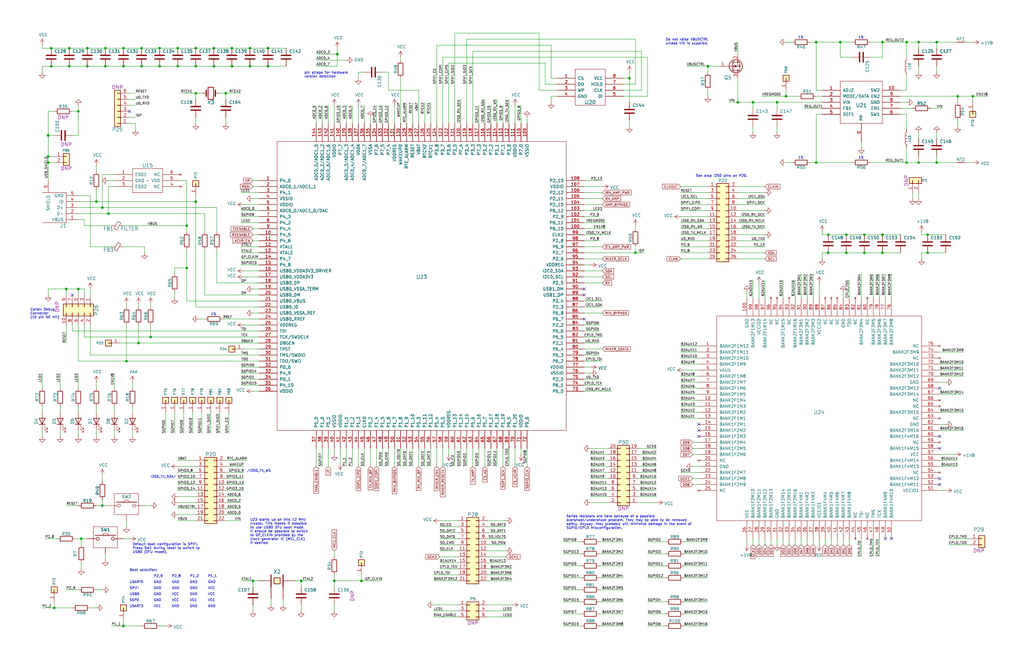
<source format=kicad_sch>
(kicad_sch (version 20211123) (generator eeschema)
  (paper "User" 431.8 279.4)
  (title_block (title "HackRF One") (date "2021-09-28") (rev "r9") (company "Copyright 2012-2020 Great Scott Gadgets") (comment 1 "Michael Ossmann") (comment 2 "Licensed under the CERN-OHL-P v2"))
  (junction (at 34.29 227.33))
  (junction (at 354.33 17.78))
  (junction (at 29.21 27.94))
  (junction (at 311.15 43.18))
  (junction (at 20.32 68.58))
  (junction (at 127 245.11))
  (junction (at 106.68 245.11))
  (junction (at 344.17 68.58))
  (junction (at 267.97 106.68))
  (junction (at 90.17 27.94))
  (junction (at 391.16 106.68))
  (junction (at 331.47 40.64))
  (junction (at 67.31 20.32))
  (junction (at 394.97 17.78))
  (junction (at 52.07 264.16))
  (junction (at 20.32 66.04))
  (junction (at 403.86 40.64))
  (junction (at 33.02 121.92))
  (junction (at 372.11 99.06))
  (junction (at 27.94 121.92))
  (junction (at 74.93 27.94))
  (junction (at 113.03 20.32))
  (junction (at 63.5 142.24))
  (junction (at 52.07 27.94))
  (junction (at 67.31 27.94))
  (junction (at 349.25 106.68))
  (junction (at 36.83 27.94))
  (junction (at 33.02 46.99))
  (junction (at 82.55 39.37))
  (junction (at 364.49 106.68))
  (junction (at 82.55 20.32))
  (junction (at 113.03 27.94))
  (junction (at 78.74 113.03))
  (junction (at 95.25 39.37))
  (junction (at 82.55 27.94))
  (junction (at 372.11 17.78))
  (junction (at 82.55 85.09))
  (junction (at 53.34 152.4))
  (junction (at 298.45 27.94))
  (junction (at 59.69 20.32))
  (junction (at 44.45 20.32))
  (junction (at 58.42 144.78))
  (junction (at 317.5 43.18))
  (junction (at 78.74 95.25))
  (junction (at 43.18 87.63))
  (junction (at 387.35 68.58))
  (junction (at 387.35 17.78))
  (junction (at 97.79 20.32))
  (junction (at 74.93 20.32))
  (junction (at 105.41 27.94))
  (junction (at 59.69 27.94))
  (junction (at 21.59 20.32))
  (junction (at 152.4 245.11))
  (junction (at 29.21 20.32))
  (junction (at 36.83 20.32))
  (junction (at 140.97 245.11))
  (junction (at 97.79 27.94))
  (junction (at 364.49 99.06))
  (junction (at 20.32 57.15))
  (junction (at 382.27 17.78))
  (junction (at 43.18 213.36))
  (junction (at 356.87 106.68))
  (junction (at 142.24 22.86))
  (junction (at 391.16 99.06))
  (junction (at 45.72 90.17))
  (junction (at 382.27 68.58))
  (junction (at 105.41 20.32))
  (junction (at 52.07 20.32))
  (junction (at 394.97 68.58))
  (junction (at 44.45 27.94))
  (junction (at 372.11 106.68))
  (junction (at 344.17 17.78))
  (junction (at 349.25 99.06))
  (junction (at 40.64 85.09))
  (junction (at 327.66 43.18))
  (junction (at 21.59 27.94))
  (junction (at 265.43 33.02))
  (junction (at 356.87 99.06))
  (junction (at 22.86 256.54))
  (junction (at 90.17 20.32))
  (junction (at 410.21 40.64))
  (no_connect (at 396.24 204.47))
  (no_connect (at 246.38 134.62))
  (no_connect (at 396.24 184.15))
  (no_connect (at 294.64 181.61))
  (no_connect (at 54.61 46.99))
  (no_connect (at 294.64 184.15))
  (no_connect (at 246.38 121.92))
  (no_connect (at 246.38 124.46))
  (no_connect (at 396.24 163.83))
  (no_connect (at 294.64 179.07))
  (no_connect (at 375.92 227.33))
  (no_connect (at 396.24 189.23))
  (no_connect (at 30.48 124.46))
  (no_connect (at 396.24 201.93))
  (no_connect (at 373.38 227.33))
  (wire (pts (xy 246.38 129.54) (xy 254 129.54)))
  (wire (pts (xy 265.43 33.02) (xy 265.43 43.18)))
  (wire (pts (xy 176.53 196.85) (xy 176.53 189.23)))
  (wire (pts (xy 394.97 30.48) (xy 394.97 27.94)))
  (wire (pts (xy 181.61 43.18) (xy 181.61 52.07)))
  (wire (pts (xy 382.27 17.78) (xy 382.27 24.13)))
  (wire (pts (xy 127 245.11) (xy 132.08 245.11)))
  (wire (pts (xy 322.58 101.6) (xy 311.15 101.6)))
  (wire (pts (xy 58.42 137.16) (xy 58.42 144.78)))
  (wire (pts (xy 382.27 68.58) (xy 382.27 62.23)))
  (wire (pts (xy 20.32 121.92) (xy 27.94 121.92)))
  (wire (pts (xy 142.24 22.86) (xy 142.24 20.32)))
  (wire (pts (xy 340.36 125.73) (xy 340.36 115.57)))
  (wire (pts (xy 254 86.36) (xy 246.38 86.36)))
  (wire (pts (xy 368.3 125.73) (xy 368.3 115.57)))
  (wire (pts (xy 382.27 38.1) (xy 379.73 38.1)))
  (wire (pts (xy 322.58 125.73) (xy 322.58 118.11)))
  (wire (pts (xy 135.89 189.23) (xy 135.89 196.85)))
  (wire (pts (xy 78.74 113.03) (xy 78.74 127)))
  (wire (pts (xy 151.13 30.48) (xy 153.67 30.48)))
  (wire (pts (xy 201.93 189.23) (xy 201.93 196.85)))
  (wire (pts (xy 246.38 99.06) (xy 257.81 99.06)))
  (wire (pts (xy 54.61 41.91) (xy 57.15 41.91)))
  (wire (pts (xy 102.87 199.39) (xy 95.25 199.39)))
  (wire (pts (xy 179.07 189.23) (xy 179.07 196.85)))
  (wire (pts (xy 222.25 189.23) (xy 222.25 196.85)))
  (wire (pts (xy 27.94 121.92) (xy 27.94 124.46)))
  (wire (pts (xy 280.67 264.16) (xy 273.05 264.16)))
  (wire (pts (xy 199.39 189.23) (xy 199.39 196.85)))
  (wire (pts (xy 109.22 109.22) (xy 101.6 109.22)))
  (wire (pts (xy 372.11 17.78) (xy 382.27 17.78)))
  (wire (pts (xy 30.48 137.16) (xy 30.48 139.7)))
  (wire (pts (xy 248.92 201.93) (xy 256.54 201.93)))
  (wire (pts (xy 354.33 24.13) (xy 359.41 24.13)))
  (wire (pts (xy 29.21 20.32) (xy 36.83 20.32)))
  (wire (pts (xy 353.06 227.33) (xy 353.06 229.87)))
  (wire (pts (xy 232.41 19.05) (xy 184.15 19.05)))
  (wire (pts (xy 185.42 237.49) (xy 193.04 237.49)))
  (wire (pts (xy 207.01 189.23) (xy 207.01 196.85)))
  (wire (pts (xy 171.45 196.85) (xy 171.45 189.23)))
  (wire (pts (xy 379.73 40.64) (xy 403.86 40.64)))
  (wire (pts (xy 29.21 27.94) (xy 36.83 27.94)))
  (wire (pts (xy 246.38 106.68) (xy 267.97 106.68)))
  (wire (pts (xy 153.67 189.23) (xy 153.67 196.85)))
  (wire (pts (xy 109.22 99.06) (xy 106.68 99.06)))
  (wire (pts (xy 394.97 68.58) (xy 402.59 68.58)))
  (wire (pts (xy 322.58 83.82) (xy 311.15 83.82)))
  (wire (pts (xy 21.59 20.32) (xy 29.21 20.32)))
  (wire (pts (xy 267.97 106.68) (xy 271.78 106.68)))
  (wire (pts (xy 267.97 95.25) (xy 267.97 96.52)))
  (wire (pts (xy 367.03 68.58) (xy 382.27 68.58)))
  (wire (pts (xy 354.33 17.78) (xy 354.33 24.13)))
  (wire (pts (xy 273.05 40.64) (xy 262.89 40.64)))
  (wire (pts (xy 33.02 85.09) (xy 40.64 85.09)))
  (wire (pts (xy 33.02 121.92) (xy 35.56 121.92)))
  (wire (pts (xy 307.34 43.18) (xy 311.15 43.18)))
  (wire (pts (xy 17.78 19.05) (xy 17.78 20.32)))
  (wire (pts (xy 54.61 49.53) (xy 57.15 49.53)))
  (wire (pts (xy 322.58 227.33) (xy 322.58 229.87)))
  (wire (pts (xy 246.38 165.1) (xy 257.81 165.1)))
  (wire (pts (xy 85.09 182.88) (xy 85.09 173.99)))
  (wire (pts (xy 269.24 196.85) (xy 276.86 196.85)))
  (wire (pts (xy 294.64 176.53) (xy 287.02 176.53)))
  (wire (pts (xy 342.9 125.73) (xy 342.9 115.57)))
  (wire (pts (xy 246.38 93.98) (xy 255.27 93.98)))
  (wire (pts (xy 246.38 83.82) (xy 254 83.82)))
  (wire (pts (xy 287.02 163.83) (xy 294.64 163.83)))
  (wire (pts (xy 90.17 27.94) (xy 97.79 27.94)))
  (wire (pts (xy 246.38 139.7) (xy 252.73 139.7)))
  (wire (pts (xy 410.21 40.64) (xy 416.56 40.64)))
  (wire (pts (xy 153.67 44.45) (xy 153.67 52.07)))
  (wire (pts (xy 82.55 217.17) (xy 74.93 217.17)))
  (wire (pts (xy 288.29 243.84) (xy 298.45 243.84)))
  (wire (pts (xy 248.92 191.77) (xy 256.54 191.77)))
  (wire (pts (xy 20.32 57.15) (xy 22.86 57.15)))
  (wire (pts (xy 82.55 199.39) (xy 74.93 199.39)))
  (wire (pts (xy 331.47 40.64) (xy 336.55 40.64)))
  (wire (pts (xy 367.03 24.13) (xy 372.11 24.13)))
  (wire (pts (xy 38.1 121.92) (xy 38.1 124.46)))
  (wire (pts (xy 58.42 144.78) (xy 109.22 144.78)))
  (wire (pts (xy 280.67 243.84) (xy 273.05 243.84)))
  (wire (pts (xy 43.18 213.36) (xy 43.18 210.82)))
  (wire (pts (xy 33.02 213.36) (xy 27.94 213.36)))
  (wire (pts (xy 205.74 242.57) (xy 215.9 242.57)))
  (wire (pts (xy 152.4 245.11) (xy 161.29 245.11)))
  (wire (pts (xy 334.01 68.58) (xy 331.47 68.58)))
  (wire (pts (xy 55.88 161.29) (xy 55.88 163.83)))
  (wire (pts (xy 227.33 38.1) (xy 234.95 38.1)))
  (wire (pts (xy 151.13 44.45) (xy 151.13 52.07)))
  (wire (pts (xy 43.18 248.92) (xy 40.64 248.92)))
  (wire (pts (xy 245.11 243.84) (xy 237.49 243.84)))
  (wire (pts (xy 48.26 157.48) (xy 48.26 163.83)))
  (wire (pts (xy 252.73 238.76) (xy 262.89 238.76)))
  (wire (pts (xy 311.15 86.36) (xy 322.58 86.36)))
  (wire (pts (xy 394.97 17.78) (xy 402.59 17.78)))
  (wire (pts (xy 82.55 27.94) (xy 90.17 27.94)))
  (wire (pts (xy 246.38 96.52) (xy 255.27 96.52)))
  (wire (pts (xy 33.02 171.45) (xy 33.02 173.99)))
  (wire (pts (xy 407.67 17.78) (xy 410.21 17.78)))
  (wire (pts (xy 74.93 194.31) (xy 82.55 194.31)))
  (wire (pts (xy 245.11 248.92) (xy 237.49 248.92)))
  (wire (pts (xy 40.64 256.54) (xy 38.1 256.54)))
  (wire (pts (xy 90.17 20.32) (xy 97.79 20.32)))
  (wire (pts (xy 288.29 259.08) (xy 298.45 259.08)))
  (wire (pts (xy 214.63 189.23) (xy 214.63 196.85)))
  (wire (pts (xy 331.47 38.1) (xy 331.47 40.64)))
  (wire (pts (xy 81.28 182.88) (xy 81.28 173.99)))
  (wire (pts (xy 382.27 43.18) (xy 379.73 43.18)))
  (wire (pts (xy 408.94 229.87) (xy 400.05 229.87)))
  (wire (pts (xy 280.67 228.6) (xy 273.05 228.6)))
  (wire (pts (xy 256.54 199.39) (xy 248.92 199.39)))
  (wire (pts (xy 384.81 45.72) (xy 379.73 45.72)))
  (wire (pts (xy 46.99 264.16) (xy 52.07 264.16)))
  (wire (pts (xy 287.02 173.99) (xy 294.64 173.99)))
  (wire (pts (xy 63.5 142.24) (xy 109.22 142.24)))
  (wire (pts (xy 102.87 114.3) (xy 109.22 114.3)))
  (wire (pts (xy 60.96 213.36) (xy 63.5 213.36)))
  (wire (pts (xy 73.66 113.03) (xy 73.66 115.57)))
  (wire (pts (xy 246.38 132.08) (xy 254 132.08)))
  (wire (pts (xy 82.55 209.55) (xy 74.93 209.55)))
  (wire (pts (xy 181.61 189.23) (xy 181.61 196.85)))
  (wire (pts (xy 156.21 189.23) (xy 156.21 196.85)))
  (wire (pts (xy 95.25 52.07) (xy 95.25 49.53)))
  (wire (pts (xy 78.74 76.2) (xy 78.74 95.25)))
  (wire (pts (xy 252.73 254) (xy 262.89 254)))
  (wire (pts (xy 349.25 106.68) (xy 356.87 106.68)))
  (wire (pts (xy 396.24 179.07) (xy 398.78 179.07)))
  (wire (pts (xy 367.03 17.78) (xy 372.11 17.78)))
  (wire (pts (xy 288.29 264.16) (xy 298.45 264.16)))
  (wire (pts (xy 17.78 256.54) (xy 22.86 256.54)))
  (wire (pts (xy 252.73 233.68) (xy 262.89 233.68)))
  (wire (pts (xy 387.35 17.78) (xy 387.35 20.32)))
  (wire (pts (xy 30.48 46.99) (xy 33.02 46.99)))
  (wire (pts (xy 322.58 81.28) (xy 311.15 81.28)))
  (wire (pts (xy 327.66 43.18) (xy 346.71 43.18)))
  (wire (pts (xy 138.43 52.07) (xy 138.43 44.45)))
  (wire (pts (xy 396.24 148.59) (xy 406.4 148.59)))
  (wire (pts (xy 276.86 209.55) (xy 269.24 209.55)))
  (wire (pts (xy 185.42 219.71) (xy 193.04 219.71)))
  (wire (pts (xy 138.43 196.85) (xy 138.43 189.23)))
  (wire (pts (xy 212.09 52.07) (xy 212.09 44.45)))
  (wire (pts (xy 280.67 233.68) (xy 273.05 233.68)))
  (wire (pts (xy 294.64 158.75) (xy 287.02 158.75)))
  (wire (pts (xy 317.5 227.33) (xy 317.5 229.87)))
  (wire (pts (xy 143.51 52.07) (xy 143.51 44.45)))
  (wire (pts (xy 78.74 105.41) (xy 78.74 113.03)))
  (wire (pts (xy 176.53 38.1) (xy 176.53 52.07)))
  (wire (pts (xy 248.92 207.01) (xy 256.54 207.01)))
  (wire (pts (xy 133.35 22.86) (xy 142.24 22.86)))
  (wire (pts (xy 109.22 78.74) (xy 106.68 78.74)))
  (wire (pts (xy 317.5 43.18) (xy 327.66 43.18)))
  (wire (pts (xy 152.4 242.57) (xy 152.4 245.11)))
  (wire (pts (xy 82.55 20.32) (xy 90.17 20.32)))
  (wire (pts (xy 294.64 171.45) (xy 287.02 171.45)))
  (wire (pts (xy 140.97 191.77) (xy 140.97 189.23)))
  (wire (pts (xy 101.6 111.76) (xy 109.22 111.76)))
  (wire (pts (xy 127 247.65) (xy 127 245.11)))
  (wire (pts (xy 96.52 182.88) (xy 96.52 173.99)))
  (wire (pts (xy 20.32 66.04) (xy 20.32 68.58)))
  (wire (pts (xy 74.93 201.93) (xy 82.55 201.93)))
  (wire (pts (xy 205.74 229.87) (xy 213.36 229.87)))
  (wire (pts (xy 163.83 30.48) (xy 163.83 38.1)))
  (wire (pts (xy 344.17 40.64) (xy 346.71 40.64)))
  (wire (pts (xy 288.29 156.21) (xy 294.64 156.21)))
  (wire (pts (xy 215.9 260.35) (xy 205.74 260.35)))
  (wire (pts (xy 358.14 227.33) (xy 358.14 229.87)))
  (wire (pts (xy 254 127) (xy 246.38 127)))
  (wire (pts (xy 109.22 162.56) (xy 101.6 162.56)))
  (wire (pts (xy 133.35 27.94) (xy 142.24 27.94)))
  (wire (pts (xy 17.78 181.61) (xy 17.78 184.15)))
  (wire (pts (xy 327.66 43.18) (xy 327.66 45.72)))
  (wire (pts (xy 287.02 91.44) (xy 298.45 91.44)))
  (wire (pts (xy 163.83 52.07) (xy 163.83 44.45)))
  (wire (pts (xy 273.05 238.76) (xy 280.67 238.76)))
  (wire (pts (xy 287.02 106.68) (xy 298.45 106.68)))
  (wire (pts (xy 322.58 106.68) (xy 311.15 106.68)))
  (wire (pts (xy 43.18 213.36) (xy 45.72 213.36)))
  (wire (pts (xy 347.98 227.33) (xy 347.98 229.87)))
  (wire (pts (xy 20.32 121.92) (xy 20.32 124.46)))
  (wire (pts (xy 396.24 173.99) (xy 406.4 173.99)))
  (wire (pts (xy 215.9 245.11) (xy 205.74 245.11)))
  (wire (pts (xy 60.96 104.14) (xy 60.96 106.68)))
  (wire (pts (xy 246.38 101.6) (xy 252.73 101.6)))
  (wire (pts (xy 168.91 24.13) (xy 168.91 25.4)))
  (wire (pts (xy 294.64 151.13) (xy 287.02 151.13)))
  (wire (pts (xy 73.66 125.73) (xy 73.66 123.19)))
  (wire (pts (xy 82.55 39.37) (xy 85.09 39.37)))
  (wire (pts (xy 254 76.2) (xy 246.38 76.2)))
  (wire (pts (xy 245.11 259.08) (xy 237.49 259.08)))
  (wire (pts (xy 314.96 125.73) (xy 314.96 123.19)))
  (wire (pts (xy 101.6 88.9) (xy 109.22 88.9)))
  (wire (pts (xy 334.01 17.78) (xy 331.47 17.78)))
  (wire (pts (xy 166.37 44.45) (xy 166.37 52.07)))
  (wire (pts (xy 384.81 83.82) (xy 384.81 81.28)))
  (wire (pts (xy 294.64 186.69) (xy 292.1 186.69)))
  (wire (pts (xy 25.4 181.61) (xy 25.4 184.15)))
  (wire (pts (xy 246.38 142.24) (xy 254 142.24)))
  (wire (pts (xy 95.25 209.55) (xy 101.6 209.55)))
  (wire (pts (xy 20.32 66.04) (xy 22.86 66.04)))
  (wire (pts (xy 33.02 152.4) (xy 33.02 137.16)))
  (wire (pts (xy 21.59 27.94) (xy 29.21 27.94)))
  (wire (pts (xy 182.88 242.57) (xy 193.04 242.57)))
  (wire (pts (xy 298.45 27.94) (xy 303.53 27.94)))
  (wire (pts (xy 311.15 22.86) (xy 311.15 17.78)))
  (wire (pts (xy 246.38 88.9) (xy 254 88.9)))
  (wire (pts (xy 63.5 137.16) (xy 63.5 142.24)))
  (wire (pts (xy 34.29 227.33) (xy 36.83 227.33)))
  (wire (pts (xy 45.72 78.74) (xy 45.72 90.17)))
  (wire (pts (xy 287.02 83.82) (xy 298.45 83.82)))
  (wire (pts (xy 40.64 80.01) (xy 40.64 85.09)))
  (wire (pts (xy 398.78 207.01) (xy 396.24 207.01)))
  (wire (pts (xy 113.03 27.94) (xy 120.65 27.94)))
  (wire (pts (xy 314.96 229.87) (xy 314.96 227.33)))
  (wire (pts (xy 54.61 44.45) (xy 57.15 44.45)))
  (wire (pts (xy 394.97 68.58) (xy 394.97 66.04)))
  (wire (pts (xy 248.92 154.94) (xy 246.38 154.94)))
  (wire (pts (xy 191.77 13.97) (xy 191.77 52.07)))
  (wire (pts (xy 95.25 207.01) (xy 102.87 207.01)))
  (wire (pts (xy 388.62 106.68) (xy 388.62 109.22)))
  (wire (pts (xy 382.27 68.58) (xy 387.35 68.58)))
  (wire (pts (xy 403.86 40.64) (xy 410.21 40.64)))
  (wire (pts (xy 40.64 163.83) (xy 40.64 161.29)))
  (wire (pts (xy 322.58 91.44) (xy 311.15 91.44)))
  (wire (pts (xy 40.64 85.09) (xy 82.55 85.09)))
  (wire (pts (xy 102.87 116.84) (xy 109.22 116.84)))
  (wire (pts (xy 294.64 204.47) (xy 292.1 204.47)))
  (wire (pts (xy 209.55 189.23) (xy 209.55 196.85)))
  (wire (pts (xy 44.45 236.22) (xy 44.45 233.68)))
  (wire (pts (xy 387.35 83.82) (xy 387.35 81.28)))
  (wire (pts (xy 35.56 121.92) (xy 35.56 124.46)))
  (wire (pts (xy 20.32 68.58) (xy 20.32 76.2)))
  (wire (pts (xy 74.93 20.32) (xy 82.55 20.32)))
  (wire (pts (xy 34.29 229.87) (xy 34.29 227.33)))
  (wire (pts (xy 52.07 264.16) (xy 59.69 264.16)))
  (wire (pts (xy 95.25 214.63) (xy 101.6 214.63)))
  (wire (pts (xy 106.68 257.81) (xy 106.68 255.27)))
  (wire (pts (xy 194.31 189.23) (xy 194.31 196.85)))
  (wire (pts (xy 158.75 189.23) (xy 158.75 196.85)))
  (wire (pts (xy 140.97 257.81) (xy 140.97 255.27)))
  (wire (pts (xy 344.17 48.26) (xy 346.71 48.26)))
  (wire (pts (xy 196.85 189.23) (xy 196.85 196.85)))
  (wire (pts (xy 133.35 25.4) (xy 146.05 25.4)))
  (wire (pts (xy 363.22 115.57) (xy 363.22 125.73)))
  (wire (pts (xy 109.22 149.86) (xy 38.1 149.86)))
  (wire (pts (xy 322.58 88.9) (xy 311.15 88.9)))
  (wire (pts (xy 36.83 20.32) (xy 44.45 20.32)))
  (wire (pts (xy 396.24 158.75) (xy 406.4 158.75)))
  (wire (pts (xy 52.07 261.62) (xy 52.07 264.16)))
  (wire (pts (xy 31.75 227.33) (xy 34.29 227.33)))
  (wire (pts (xy 387.35 30.48) (xy 387.35 27.94)))
  (wire (pts (xy 69.85 182.88) (xy 69.85 173.99)))
  (wire (pts (xy 217.17 189.23) (xy 217.17 196.85)))
  (wire (pts (xy 248.92 111.76) (xy 246.38 111.76)))
  (wire (pts (xy 364.49 99.06) (xy 372.11 99.06)))
  (wire (pts (xy 280.67 254) (xy 273.05 254)))
  (wire (pts (xy 186.69 24.13) (xy 186.69 52.07)))
  (wire (pts (xy 213.36 237.49) (xy 205.74 237.49)))
  (wire (pts (xy 140.97 245.11) (xy 152.4 245.11)))
  (wire (pts (xy 294.64 166.37) (xy 287.02 166.37)))
  (wire (pts (xy 35.56 137.16) (xy 35.56 142.24)))
  (wire (pts (xy 205.74 227.33) (xy 213.36 227.33)))
  (wire (pts (xy 91.44 87.63) (xy 91.44 97.79)))
  (wire (pts (xy 341.63 17.78) (xy 344.17 17.78)))
  (wire (pts (xy 33.02 157.48) (xy 33.02 163.83)))
  (wire (pts (xy 273.05 24.13) (xy 273.05 40.64)))
  (wire (pts (xy 252.73 259.08) (xy 262.89 259.08)))
  (wire (pts (xy 95.25 39.37) (xy 95.25 41.91)))
  (wire (pts (xy 317.5 43.18) (xy 317.5 45.72)))
  (wire (pts (xy 193.04 232.41) (xy 185.42 232.41)))
  (wire (pts (xy 246.38 160.02) (xy 252.73 160.02)))
  (wire (pts (xy 364.49 106.68) (xy 372.11 106.68)))
  (wire (pts (xy 363.22 62.23) (xy 363.22 59.69)))
  (wire (pts (xy 344.17 17.78) (xy 354.33 17.78)))
  (wire (pts (xy 407.67 68.58) (xy 410.21 68.58)))
  (wire (pts (xy 106.68 247.65) (xy 106.68 245.11)))
  (wire (pts (xy 193.04 234.95) (xy 185.42 234.95)))
  (wire (pts (xy 74.93 207.01) (xy 82.55 207.01)))
  (wire (pts (xy 102.87 137.16) (xy 109.22 137.16)))
  (wire (pts (xy 356.87 106.68) (xy 364.49 106.68)))
  (wire (pts (xy 245.11 238.76) (xy 237.49 238.76)))
  (wire (pts (xy 148.59 189.23) (xy 148.59 196.85)))
  (wire (pts (xy 43.18 200.66) (xy 43.18 203.2)))
  (wire (pts (xy 30.48 139.7) (xy 109.22 139.7)))
  (wire (pts (xy 189.23 191.77) (xy 189.23 189.23)))
  (wire (pts (xy 391.16 99.06) (xy 398.78 99.06)))
  (wire (pts (xy 34.29 240.03) (xy 34.29 237.49)))
  (wire (pts (xy 151.13 33.02) (xy 151.13 30.48)))
  (wire (pts (xy 102.87 86.36) (xy 109.22 86.36)))
  (wire (pts (xy 25.4 157.48) (xy 25.4 163.83)))
  (wire (pts (xy 82.55 39.37) (xy 82.55 41.91)))
  (wire (pts (xy 320.04 125.73) (xy 320.04 119.38)))
  (wire (pts (xy 287.02 109.22) (xy 298.45 109.22)))
  (wire (pts (xy 67.31 27.94) (xy 74.93 27.94)))
  (wire (pts (xy 246.38 144.78) (xy 252.73 144.78)))
  (wire (pts (xy 232.41 43.18) (xy 232.41 40.64)))
  (wire (pts (xy 33.02 152.4) (xy 53.34 152.4)))
  (wire (pts (xy 17.78 20.32) (xy 21.59 20.32)))
  (wire (pts (xy 78.74 113.03) (xy 73.66 113.03)))
  (wire (pts (xy 156.21 49.53) (xy 156.21 52.07)))
  (wire (pts (xy 254 116.84) (xy 246.38 116.84)))
  (wire (pts (xy 82.55 129.54) (xy 109.22 129.54)))
  (wire (pts (xy 396.24 194.31) (xy 403.86 194.31)))
  (wire (pts (xy 106.68 76.2) (xy 109.22 76.2)))
  (wire (pts (xy 254 78.74) (xy 246.38 78.74)))
  (wire (pts (xy 193.04 222.25) (xy 185.42 222.25)))
  (wire (pts (xy 24.13 227.33) (xy 19.05 227.33)))
  (wire (pts (xy 101.6 219.71) (xy 95.25 219.71)))
  (wire (pts (xy 95.25 212.09) (xy 101.6 212.09)))
  (wire (pts (xy 193.04 229.87) (xy 185.42 229.87)))
  (wire (pts (xy 287.02 88.9) (xy 298.45 88.9)))
  (wire (pts (xy 388.62 106.68) (xy 391.16 106.68)))
  (wire (pts (xy 91.44 105.41) (xy 91.44 119.38)))
  (wire (pts (xy 335.28 125.73) (xy 335.28 118.11)))
  (wire (pts (xy 287.02 199.39) (xy 294.64 199.39)))
  (wire (pts (xy 370.84 227.33) (xy 370.84 234.95)))
  (wire (pts (xy 59.69 27.94) (xy 67.31 27.94)))
  (wire (pts (xy 276.86 199.39) (xy 269.24 199.39)))
  (wire (pts (xy 102.87 196.85) (xy 95.25 196.85)))
  (wire (pts (xy 387.35 68.58) (xy 394.97 68.58)))
  (wire (pts (xy 335.28 227.33) (xy 335.28 229.87)))
  (wire (pts (xy 311.15 33.02) (xy 311.15 43.18)))
  (wire (pts (xy 40.64 171.45) (xy 40.64 173.99)))
  (wire (pts (xy 254 81.28) (xy 246.38 81.28)))
  (wire (pts (xy 349.25 99.06) (xy 356.87 99.06)))
  (wire (pts (xy 55.88 181.61) (xy 55.88 184.15)))
  (wire (pts (xy 403.86 43.18) (xy 403.86 40.64)))
  (wire (pts (xy 209.55 52.07) (xy 209.55 41.91)))
  (wire (pts (xy 372.11 99.06) (xy 379.73 99.06)))
  (wire (pts (xy 245.11 233.68) (xy 237.49 233.68)))
  (wire (pts (xy 182.88 255.27) (xy 193.04 255.27)))
  (wire (pts (xy 204.47 196.85) (xy 204.47 189.23)))
  (wire (pts (xy 294.64 196.85) (xy 292.1 196.85)))
  (wire (pts (xy 109.22 93.98) (xy 101.6 93.98)))
  (wire (pts (xy 337.82 125.73) (xy 337.82 115.57)))
  (wire (pts (xy 161.29 52.07) (xy 161.29 44.45)))
  (wire (pts (xy 246.38 149.86) (xy 252.73 149.86)))
  (wire (pts (xy 232.41 40.64) (xy 234.95 40.64)))
  (wire (pts (xy 35.56 95.25) (xy 35.56 92.71)))
  (wire (pts (xy 330.2 125.73) (xy 330.2 118.11)))
  (wire (pts (xy 375.92 115.57) (xy 375.92 125.73)))
  (wire (pts (xy 287.02 101.6) (xy 298.45 101.6)))
  (wire (pts (xy 53.34 128.27) (xy 53.34 129.54)))
  (wire (pts (xy 17.78 163.83) (xy 17.78 157.48)))
  (wire (pts (xy 207.01 52.07) (xy 207.01 44.45)))
  (wire (pts (xy 205.74 224.79) (xy 213.36 224.79)))
  (wire (pts (xy 298.45 96.52) (xy 287.02 96.52)))
  (wire (pts (xy 276.86 191.77) (xy 269.24 191.77)))
  (wire (pts (xy 372.11 24.13) (xy 372.11 17.78)))
  (wire (pts (xy 193.04 227.33) (xy 185.42 227.33)))
  (wire (pts (xy 396.24 153.67) (xy 406.4 153.67)))
  (wire (pts (xy 109.22 96.52) (xy 106.68 96.52)))
  (wire (pts (xy 25.4 171.45) (xy 25.4 173.99)))
  (wire (pts (xy 215.9 240.03) (xy 205.74 240.03)))
  (wire (pts (xy 143.51 195.58) (xy 143.51 189.23)))
  (wire (pts (xy 322.58 78.74) (xy 311.15 78.74)))
  (wire (pts (xy 17.78 171.45) (xy 17.78 173.99)))
  (wire (pts (xy 86.36 105.41) (xy 86.36 124.46)))
  (wire (pts (xy 363.22 227.33) (xy 363.22 234.95)))
  (wire (pts (xy 245.11 254) (xy 237.49 254)))
  (wire (pts (xy 219.71 52.07) (xy 219.71 44.45)))
  (wire (pts (xy 346.71 38.1) (xy 344.17 38.1)))
  (wire (pts (xy 317.5 125.73) (xy 317.5 118.11)))
  (wire (pts (xy 267.97 16.51) (xy 267.97 35.56)))
  (wire (pts (xy 33.02 90.17) (xy 45.72 90.17)))
  (wire (pts (xy 256.54 194.31) (xy 248.92 194.31)))
  (wire (pts (xy 92.71 182.88) (xy 92.71 173.99)))
  (wire (pts (xy 104.14 194.31) (xy 95.25 194.31)))
  (wire (pts (xy 256.54 209.55) (xy 248.92 209.55)))
  (wire (pts (xy 248.92 212.09) (xy 256.54 212.09)))
  (wire (pts (xy 252.73 264.16) (xy 262.89 264.16)))
  (wire (pts (xy 354.33 17.78) (xy 359.41 17.78)))
  (wire (pts (xy 267.97 35.56) (xy 262.89 35.56)))
  (wire (pts (xy 93.98 134.62) (xy 109.22 134.62)))
  (wire (pts (xy 67.31 20.32) (xy 74.93 20.32)))
  (wire (pts (xy 344.17 68.58) (xy 359.41 68.58)))
  (wire (pts (xy 287.02 99.06) (xy 298.45 99.06)))
  (wire (pts (xy 109.22 106.68) (xy 101.6 106.68)))
  (wire (pts (xy 262.89 33.02) (xy 265.43 33.02)))
  (wire (pts (xy 270.51 21.59) (xy 270.51 38.1)))
  (wire (pts (xy 265.43 53.34) (xy 265.43 50.8)))
  (wire (pts (xy 344.17 68.58) (xy 344.17 48.26)))
  (wire (pts (xy 20.32 57.15) (xy 20.32 66.04)))
  (wire (pts (xy 229.87 35.56) (xy 234.95 35.56)))
  (wire (pts (xy 40.64 181.61) (xy 40.64 184.15)))
  (wire (pts (xy 287.02 168.91) (xy 294.64 168.91)))
  (wire (pts (xy 88.9 182.88) (xy 88.9 173.99)))
  (wire (pts (xy 322.58 99.06) (xy 311.15 99.06)))
  (wire (pts (xy 256.54 189.23) (xy 248.92 189.23)))
  (wire (pts (xy 246.38 162.56) (xy 254 162.56)))
  (wire (pts (xy 396.24 156.21) (xy 406.4 156.21)))
  (wire (pts (xy 106.68 83.82) (xy 109.22 83.82)))
  (wire (pts (xy 168.91 33.02) (xy 168.91 52.07)))
  (wire (pts (xy 254 147.32) (xy 246.38 147.32)))
  (wire (pts (xy 146.05 189.23) (xy 146.05 196.85)))
  (wire (pts (xy 339.09 45.72) (xy 346.71 45.72)))
  (wire (pts (xy 109.22 101.6) (xy 106.68 101.6)))
  (wire (pts (xy 294.64 191.77) (xy 292.1 191.77)))
  (wire (pts (xy 52.07 227.33) (xy 54.61 227.33)))
  (wire (pts (xy 394.97 17.78) (xy 394.97 20.32)))
  (wire (pts (xy 36.83 27.94) (xy 44.45 27.94)))
  (wire (pts (xy 48.26 78.74) (xy 45.72 78.74)))
  (wire (pts (xy 50.8 144.78) (xy 58.42 144.78)))
  (wire (pts (xy 265.43 30.48) (xy 265.43 33.02)))
  (wire (pts (xy 321.31 40.64) (xy 331.47 40.64)))
  (wire (pts (xy 73.66 182.88) (xy 73.66 173.99)))
  (wire (pts (xy 288.29 228.6) (xy 298.45 228.6)))
  (wire (pts (xy 410.21 40.64) (xy 410.21 43.18)))
  (wire (pts (xy 396.24 161.29) (xy 398.78 161.29)))
  (wire (pts (xy 246.38 91.44) (xy 252.73 91.44)))
  (wire (pts (xy 105.41 27.94) (xy 113.03 27.94)))
  (wire (pts (xy 105.41 20.32) (xy 113.03 20.32)))
  (wire (pts (xy 127 257.81) (xy 127 255.27)))
  (wire (pts (xy 287.02 104.14) (xy 298.45 104.14)))
  (wire (pts (xy 373.38 125.73) (xy 373.38 115.57)))
  (wire (pts (xy 391.16 106.68) (xy 398.78 106.68)))
  (wire (pts (xy 179.07 52.07) (xy 179.07 43.18)))
  (wire (pts (xy 102.87 204.47) (xy 95.25 204.47)))
  (wire (pts (xy 294.64 146.05) (xy 287.02 146.05)))
  (wire (pts (xy 109.22 81.28) (xy 101.6 81.28)))
  (wire (pts (xy 135.89 44.45) (xy 135.89 52.07)))
  (wire (pts (xy 368.3 227.33) (xy 368.3 234.95)))
  (wire (pts (xy 358.14 125.73) (xy 358.14 118.11)))
  (wire (pts (xy 53.34 219.71) (xy 53.34 222.25)))
  (wire (pts (xy 109.22 154.94) (xy 101.6 154.94)))
  (wire (pts (xy 396.24 196.85) (xy 403.86 196.85)))
  (wire (pts (xy 248.92 157.48) (xy 246.38 157.48)))
  (wire (pts (xy 322.58 104.14) (xy 311.15 104.14)))
  (wire (pts (xy 76.2 39.37) (xy 82.55 39.37)))
  (wire (pts (xy 151.13 196.85) (xy 151.13 189.23)))
  (wire (pts (xy 408.94 227.33) (xy 400.05 227.33)))
  (wire (pts (xy 196.85 16.51) (xy 267.97 16.51)))
  (wire (pts (xy 227.33 13.97) (xy 227.33 38.1)))
  (wire (pts (xy 191.77 189.23) (xy 191.77 196.85)))
  (wire (pts (xy 53.34 152.4) (xy 109.22 152.4)))
  (wire (pts (xy 270.51 38.1) (xy 262.89 38.1)))
  (wire (pts (xy 27.94 137.16) (xy 27.94 144.78)))
  (wire (pts (xy 53.34 137.16) (xy 53.34 152.4)))
  (wire (pts (xy 327.66 229.87) (xy 327.66 227.33)))
  (wire (pts (xy 289.56 27.94) (xy 298.45 27.94)))
  (wire (pts (xy 33.02 87.63) (xy 43.18 87.63)))
  (wire (pts (xy 330.2 227.33) (xy 330.2 229.87)))
  (wire (pts (xy 78.74 127) (xy 109.22 127)))
  (wire (pts (xy 196.85 52.07) (xy 196.85 16.51)))
  (wire (pts (xy 22.86 254) (xy 22.86 256.54)))
  (wire (pts (xy 146.05 44.45) (xy 146.05 52.07)))
  (wire (pts (xy 325.12 227.33) (xy 325.12 229.87)))
  (wire (pts (xy 193.04 240.03) (xy 185.42 240.03)))
  (wire (pts (xy 43.18 73.66) (xy 48.26 73.66)))
  (wire (pts (xy 298.45 86.36) (xy 287.02 86.36)))
  (wire (pts (xy 97.79 27.94) (xy 105.41 27.94)))
  (wire (pts (xy 140.97 234.95) (xy 140.97 232.41)))
  (wire (pts (xy 182.88 245.11) (xy 193.04 245.11)))
  (wire (pts (xy 245.11 228.6) (xy 237.49 228.6)))
  (wire (pts (xy 370.84 115.57) (xy 370.84 125.73)))
  (wire (pts (xy 287.02 148.59) (xy 294.64 148.59)))
  (wire (pts (xy 133.35 189.23) (xy 133.35 196.85)))
  (wire (pts (xy 67.31 264.16) (xy 69.85 264.16)))
  (wire (pts (xy 346.71 97.79) (xy 346.71 99.06)))
  (wire (pts (xy 86.36 90.17) (xy 86.36 97.79)))
  (wire (pts (xy 124.46 245.11) (xy 127 245.11)))
  (wire (pts (xy 217.17 44.45) (xy 217.17 52.07)))
  (wire (pts (xy 52.07 104.14) (xy 60.96 104.14)))
  (wire (pts (xy 163.83 189.23) (xy 163.83 196.85)))
  (wire (pts (xy 246.38 152.4) (xy 254 152.4)))
  (wire (pts (xy 106.68 121.92) (xy 109.22 121.92)))
  (wire (pts (xy 101.6 104.14) (xy 109.22 104.14)))
  (wire (pts (xy 342.9 227.33) (xy 342.9 229.87)))
  (wire (pts (xy 219.71 191.77) (xy 219.71 189.23)))
  (wire (pts (xy 161.29 189.23) (xy 161.29 196.85)))
  (wire (pts (xy 248.92 196.85) (xy 256.54 196.85)))
  (wire (pts (xy 48.26 171.45) (xy 48.26 173.99)))
  (wire (pts (xy 252.73 228.6) (xy 262.89 228.6)))
  (wire (pts (xy 234.95 33.02) (xy 232.41 33.02)))
  (wire (pts (xy 109.22 157.48) (xy 101.6 157.48)))
  (wire (pts (xy 20.32 46.99) (xy 20.32 57.15)))
  (wire (pts (xy 320.04 227.33) (xy 320.04 229.87)))
  (wire (pts (xy 269.24 207.01) (xy 276.86 207.01)))
  (wire (pts (xy 82.55 214.63) (xy 74.93 214.63)))
  (wire (pts (xy 45.72 76.2) (xy 48.26 76.2)))
  (wire (pts (xy 43.18 87.63) (xy 91.44 87.63)))
  (wire (pts (xy 346.71 99.06) (xy 349.25 99.06)))
  (wire (pts (xy 44.45 20.32) (xy 52.07 20.32)))
  (wire (pts (xy 54.61 39.37) (xy 57.15 39.37)))
  (wire (pts (xy 82.55 212.09) (xy 74.93 212.09)))
  (wire (pts (xy 82.55 85.09) (xy 82.55 129.54)))
  (wire (pts (xy 276.86 212.09) (xy 269.24 212.09)))
  (wire (pts (xy 294.64 189.23) (xy 292.1 189.23)))
  (wire (pts (xy 166.37 189.23) (xy 166.37 196.85)))
  (wire (pts (xy 212.09 189.23) (xy 212.09 196.85)))
  (wire (pts (xy 140.97 44.45) (xy 140.97 52.07)))
  (wire (pts (xy 48.26 181.61) (xy 48.26 184.15)))
  (wire (pts (xy 182.88 260.35) (xy 193.04 260.35)))
  (wire (pts (xy 246.38 109.22) (xy 254 109.22)))
  (wire (pts (xy 95.25 39.37) (xy 101.6 39.37)))
  (wire (pts (xy 287.02 81.28) (xy 298.45 81.28)))
  (wire (pts (xy 33.02 46.99) (xy 33.02 57.15)))
  (wire (pts (xy 294.64 161.29) (xy 287.02 161.29)))
  (wire (pts (xy 346.71 106.68) (xy 346.71 109.22)))
  (wire (pts (xy 298.45 27.94) (xy 298.45 30.48)))
  (wire (pts (xy 33.02 181.61) (xy 33.02 184.15)))
  (wire (pts (xy 35.56 95.25) (xy 46.99 95.25)))
  (wire (pts (xy 222.25 49.53) (xy 222.25 52.07)))
  (wire (pts (xy 341.63 68.58) (xy 344.17 68.58)))
  (wire (pts (xy 344.17 38.1) (xy 344.17 17.78)))
  (wire (pts (xy 394.97 55.88) (xy 394.97 58.42)))
  (wire (pts (xy 396.24 181.61) (xy 406.4 181.61)))
  (wire (pts (xy 327.66 53.34) (xy 327.66 55.88)))
  (wire (pts (xy 59.69 20.32) (xy 67.31 20.32)))
  (wire (pts (xy 92.71 39.37) (xy 95.25 39.37)))
  (wire (pts (xy 193.04 224.79) (xy 185.42 224.79)))
  (wire (pts (xy 76.2 76.2) (xy 78.74 76.2)))
  (wire (pts (xy 33.02 57.15) (xy 30.48 57.15)))
  (wire (pts (xy 205.74 222.25) (xy 213.36 222.25)))
  (wire (pts (xy 387.35 55.88) (xy 387.35 58.42)))
  (wire (pts (xy 215.9 255.27) (xy 205.74 255.27)))
  (wire (pts (xy 345.44 229.87) (xy 345.44 227.33)))
  (wire (pts (xy 252.73 137.16) (xy 246.38 137.16)))
  (wire (pts (xy 229.87 26.67) (xy 229.87 35.56)))
  (wire (pts (xy 387.35 68.58) (xy 387.35 66.04)))
  (wire (pts (xy 113.03 20.32) (xy 120.65 20.32)))
  (wire (pts (xy 252.73 248.92) (xy 262.89 248.92)))
  (wire (pts (xy 173.99 189.23) (xy 173.99 196.85)))
  (wire (pts (xy 382.27 17.78) (xy 387.35 17.78)))
  (wire (pts (xy 119.38 255.27) (xy 119.38 252.73)))
  (wire (pts (xy 33.02 121.92) (xy 33.02 124.46)))
  (wire (pts (xy 173.99 43.18) (xy 173.99 52.07)))
  (wire (pts (xy 184.15 189.23) (xy 184.15 196.85)))
  (wire (pts (xy 403.86 53.34) (xy 403.86 50.8)))
  (wire (pts (xy 276.86 189.23) (xy 269.24 189.23)))
  (wire (pts (xy 288.29 254) (xy 298.45 254)))
  (wire (pts (xy 86.36 124.46) (xy 109.22 124.46)))
  (wire (pts (xy 287.02 93.98) (xy 298.45 93.98)))
  (wire (pts (xy 57.15 52.07) (xy 54.61 52.07)))
  (wire (pts (xy 109.22 147.32) (xy 102.87 147.32)))
  (wire (pts (xy 52.07 95.25) (xy 78.74 95.25)))
  (wire (pts (xy 204.47 52.07) (xy 204.47 41.91)))
  (wire (pts (xy 114.3 255.27) (xy 114.3 252.73)))
  (wire (pts (xy 276.86 204.47) (xy 269.24 204.47)))
  (wire (pts (xy 402.59 191.77) (xy 396.24 191.77)))
  (wire (pts (xy 148.59 44.45) (xy 148.59 52.07)))
  (wire (pts (xy 40.64 213.36) (xy 43.18 213.36)))
  (wire (pts (xy 44.45 27.94) (xy 52.07 27.94)))
  (wire (pts (xy 213.36 219.71) (xy 205.74 219.71)))
  (wire (pts (xy 33.02 82.55) (xy 38.1 82.55)))
  (wire (pts (xy 22.86 46.99) (xy 20.32 46.99)))
  (wire (pts (xy 27.94 121.92) (xy 33.02 121.92)))
  (wire (pts (xy 311.15 43.18) (xy 317.5 43.18)))
  (wire (pts (xy 214.63 52.07) (xy 214.63 41.91)))
  (wire (pts (xy 388.62 99.06) (xy 388.62 97.79)))
  (wire (pts (xy 78.74 95.25) (xy 78.74 97.79)))
  (wire (pts (xy 276.86 194.31) (xy 269.24 194.31)))
  (wire (pts (xy 74.93 219.71) (xy 82.55 219.71)))
  (wire (pts (xy 52.07 27.94) (xy 59.69 27.94)))
  (wire (pts (xy 186.69 24.13) (xy 273.05 24.13)))
  (wire (pts (xy 74.93 196.85) (xy 82.55 196.85)))
  (wire (pts (xy 17.78 27.94) (xy 21.59 27.94)))
  (wire (pts (xy 168.91 189.23) (xy 168.91 196.85)))
  (wire (pts (xy 246.38 104.14) (xy 254 104.14)))
  (wire (pts (xy 171.45 43.18) (xy 171.45 52.07)))
  (wire (pts (xy 332.74 227.33) (xy 332.74 229.87)))
  (wire (pts (xy 194.31 52.07) (xy 194.31 41.91)))
  (wire (pts (xy 40.64 69.85) (xy 40.64 72.39)))
  (wire (pts (xy 396.24 166.37) (xy 406.4 166.37)))
  (wire (pts (xy 82.55 204.47) (xy 74.93 204.47)))
  (wire (pts (xy 97.79 20.32) (xy 105.41 20.32)))
  (wire (pts (xy 355.6 125.73) (xy 355.6 123.19)))
  (wire (pts (xy 337.82 227.33) (xy 337.82 229.87)))
  (wire (pts (xy 294.64 201.93) (xy 292.1 201.93)))
  (wire (pts (xy 133.35 44.45) (xy 133.35 52.07)))
  (wire (pts (xy 91.44 119.38) (xy 109.22 119.38)))
  (wire (pts (xy 356.87 99.06) (xy 364.49 99.06)))
  (wire (pts (xy 95.25 217.17) (xy 101.6 217.17)))
  (wire (pts (xy 17.78 27.94) (xy 17.78 30.48)))
  (wire (pts (xy 267.97 104.14) (xy 267.97 106.68)))
  (wire (pts (xy 317.5 55.88) (xy 317.5 53.34)))
  (wire (pts (xy 55.88 171.45) (xy 55.88 173.99)))
  (wire (pts (xy 109.22 91.44) (xy 101.6 91.44)))
  (wire (pts (xy 189.23 52.07) (xy 189.23 26.67)))
  (wire (pts (xy 189.23 26.67) (xy 229.87 26.67)))
  (wire (pts (xy 163.83 38.1) (xy 176.53 38.1)))
  (wire (pts (xy 382.27 48.26) (xy 382.27 54.61)))
  (wire (pts (xy 245.11 264.16) (xy 237.49 264.16)))
  (wire (pts (xy 184.15 19.05) (xy 184.15 52.07)))
  (wire (pts (xy 379.73 48.26) (xy 382.27 48.26)))
  (wire (pts (xy 298.45 38.1) (xy 298.45 40.64)))
  (wire (pts (xy 191.77 13.97) (xy 227.33 13.97)))
  (wire (pts (xy 20.32 68.58) (xy 22.86 68.58)))
  (wire (pts (xy 311.15 93.98) (xy 322.58 93.98)))
  (wire (pts (xy 392.43 45.72) (xy 397.51 45.72)))
  (wire (pts (xy 142.24 22.86) (xy 142.24 27.94)))
  (wire (pts (xy 45.72 90.17) (xy 86.36 90.17)))
  (wire (pts (xy 215.9 257.81) (xy 205.74 257.81)))
  (wire (pts (xy 199.39 52.07) (xy 199.39 21.59)))
  (wire (pts (xy 38.1 82.55) (xy 38.1 104.14)))
  (wire (pts (xy 256.54 204.47) (xy 248.92 204.47)))
  (wire (pts (xy 95.25 201.93) (xy 102.87 201.93)))
  (wire (pts (xy 350.52 227.33) (xy 350.52 229.87)))
  (wire (pts (xy 43.18 87.63) (xy 43.18 73.66)))
  (wire (pts (xy 82.55 82.55) (xy 82.55 85.09)))
  (wire (pts (xy 158.75 52.07) (xy 158.75 44.45)))
  (wire (pts (xy 106.68 132.08) (xy 109.22 132.08)))
  (wire (pts (xy 294.64 153.67) (xy 287.02 153.67)))
  (wire (pts (xy 22.86 256.54) (xy 30.48 256.54)))
  (wire (pts (xy 101.6 245.11) (xy 106.68 245.11)))
  (wire (pts (xy 77.47 182.88) (xy 77.47 173.99)))
  (wire (pts (xy 345.44 125.73) (xy 345.44 119.38)))
  (wire (pts (xy 269.24 201.93) (xy 276.86 201.93)))
  (wire (pts (xy 213.36 232.41) (xy 205.74 232.41)))
  (wire (pts (xy 213.36 234.95) (xy 205.74 234.95)))
  (wire (pts (xy 288.29 238.76) (xy 298.45 238.76)))
  (wire (pts (xy 340.36 227.33) (xy 340.36 229.87)))
  (wire (pts (xy 38.1 149.86) (xy 38.1 137.16)))
  (wire (pts (xy 140.97 242.57) (xy 140.97 245.11)))
  (wire (pts (xy 387.35 17.78) (xy 394.97 17.78)))
  (wire (pts (xy 252.73 243.84) (xy 262.89 243.84)))
  (wire (pts (xy 52.07 20.32) (xy 59.69 20.32)))
  (wire (pts (xy 35.56 142.24) (xy 63.5 142.24)))
  (wire (pts (xy 106.68 165.1) (xy 109.22 165.1)))
  (wire (pts (xy 199.39 21.59) (xy 270.51 21.59)))
  (wire (pts (xy 382.27 31.75) (xy 382.27 38.1)))
  (wire (pts (xy 346.71 106.68) (xy 349.25 106.68)))
  (wire (pts (xy 140.97 245.11) (xy 140.97 247.65)))
  (wire (pts (xy 58.42 128.27) (xy 58.42 129.54)))
  (wire (pts (xy 63.5 128.27) (xy 63.5 129.54)))
  (wire (pts (xy 163.83 30.48) (xy 161.29 30.48)))
  (wire (pts (xy 311.15 96.52) (xy 322.58 96.52)))
  (wire (pts (xy 106.68 245.11) (xy 109.22 245.11)))
  (wire (pts (xy 254 114.3) (xy 246.38 114.3)))
  (wire (pts (xy 182.88 257.81) (xy 193.04 257.81)))
  (wire (pts (xy 83.82 134.62) (xy 86.36 134.62)))
  (wire (pts (xy 33.02 44.45) (xy 33.02 46.99)))
  (wire (pts (xy 57.15 54.61) (xy 57.15 52.07)))
  (wire (pts (xy 311.15 109.22) (xy 322.58 109.22)))
  (wire (pts (xy 298.45 78.74) (xy 287.02 78.74)))
  (wire (pts (xy 38.1 104.14) (xy 46.99 104.14)))
  (wire (pts (xy 82.55 49.53) (xy 82.55 52.07)))
  (wire (pts (xy 186.69 189.23) (xy 186.69 196.85)))
  (wire (pts (xy 33.02 248.92) (xy 27.94 248.92)))
  (wire (pts (xy 35.56 92.71) (xy 33.02 92.71)))
  (wire (pts (xy 372.11 106.68) (xy 379.73 106.68)))
  (wire (pts (xy 74.93 27.94) (xy 82.55 27.94)))
  (wire (pts (xy 254 119.38) (xy 246.38 119.38)))
  (wire (pts (xy 288.29 233.68) (xy 298.45 233.68)))
  (wire (pts (xy 388.62 99.06) (xy 391.16 99.06)))
  (wire (pts (xy 109.22 160.02) (xy 101.6 160.02)))
  (wire (pts (xy 273.05 259.08) (xy 280.67 259.08)))
  (wire (pts (xy 355.6 227.33) (xy 355.6 229.87)))
  (wire (pts (xy 232.41 33.02) (xy 232.41 19.05)))
  (wire (pts (xy 201.93 52.07) (xy 201.93 44.45)))
  (text "GND" (at 64.77 246.38 0) (effects (font (size 1.016 1.016)) (justify left bottom)))
  (text "VCC" (at 72.39 254 0) (effects (font (size 1.016 1.016)) (justify left bottom)))
  (text "1%" (at 361.95 16.51 0) (effects (font (size 1.016 1.016)) (justify left bottom)))
  (text "Series resistors are here because of a possible\novershoot/undershoot problem. They may be able to be removed\nsafely. Anyway, they probably will minimize damage in the event of\nSGPIO/CPLD misconfiguration." (at 238.76 223.52 0) (effects (font (size 1.016 1.016)) (justify left bottom)))
  (text "Default boot configuration is SPIFI.\nPress SW1 during reset to switch to\nUSB0 (DFU mode)." (at 55.88 233.68 0) (effects (font (size 1.016 1.016)) (justify left bottom)))
  (text "VCC" (at 64.77 256.54 0) (effects (font (size 1.016 1.016)) (justify left bottom)))
  (text "I2S0_TX_SDA/" (at 63.5 201.93 0) (effects (font (size 1.016 1.016)) (justify left bottom)))
  (text "1%" (at 88.9 133.35 0) (effects (font (size 1.016 1.016)) (justify left bottom)))
  (text "1%" (at 361.95 67.31 0) (effects (font (size 1.016 1.016)) (justify left bottom)))
  (text "USB0" (at 54.61 251.46 0) (effects (font (size 1.016 1.016)) (justify left bottom)))
  (text "1%" (at 336.55 16.51 0) (effects (font (size 1.016 1.016)) (justify left bottom)))
  (text "Boot selection:" (at 54.61 241.3 0) (effects (font (size 1.016 1.016)) (justify left bottom)))
  (text "GND" (at 72.39 256.54 0) (effects (font (size 1.016 1.016)) (justify left bottom)))
  (text "pin straps for hardware\nversion detection" (at 128.27 33.02 0) (effects (font (size 1.016 1.016)) (justify left bottom)))
  (text "VCC" (at 87.63 254 0) (effects (font (size 1.016 1.016)) (justify left bottom)))
  (text "GND" (at 64.77 248.92 0) (effects (font (size 1.016 1.016)) (justify left bottom)))
  (text "GND" (at 87.63 246.38 0) (effects (font (size 1.016 1.016)) (justify left bottom)))
  (text "1%" (at 336.55 67.31 0) (effects (font (size 1.016 1.016)) (justify left bottom)))
  (text "See also I2S0 pins on P20." (at 293.37 74.93 0) (effects (font (size 1.016 1.016)) (justify left bottom)))
  (text "VCC" (at 87.63 248.92 0) (effects (font (size 1.016 1.016)) (justify left bottom)))
  (text "/I2S0_TX_WS" (at 104.14 199.39 0) (effects (font (size 1.016 1.016)) (justify left bottom)))
  (text "USART0" (at 54.61 246.38 0) (effects (font (size 1.016 1.016)) (justify left bottom)))
  (text "GND" (at 87.63 256.54 0) (effects (font (size 1.016 1.016)) (justify left bottom)))
  (text "GND" (at 80.01 246.38 0) (effects (font (size 1.016 1.016)) (justify left bottom)))
  (text "GND" (at 80.01 256.54 0) (effects (font (size 1.016 1.016)) (justify left bottom)))
  (text "SSP0" (at 54.61 254 0) (effects (font (size 1.016 1.016)) (justify left bottom)))
  (text "GND" (at 64.77 251.46 0) (effects (font (size 1.016 1.016)) (justify left bottom)))
  (text "GND" (at 80.01 248.92 0) (effects (font (size 1.016 1.016)) (justify left bottom)))
  (text "GND" (at 80.01 251.46 0) (effects (font (size 1.016 1.016)) (justify left bottom)))
  (text "P2_8" (at 72.39 243.84 0) (effects (font (size 1.016 1.016)) (justify left bottom)))
  (text "P1_1" (at 87.63 243.84 0) (effects (font (size 1.016 1.016)) (justify left bottom)))
  (text "P2_9" (at 64.77 243.84 0) (effects (font (size 1.016 1.016)) (justify left bottom)))
  (text "VCC" (at 87.63 251.46 0) (effects (font (size 1.016 1.016)) (justify left bottom)))
  (text "USART3" (at 54.61 256.54 0) (effects (font (size 1.016 1.016)) (justify left bottom)))
  (text "VCC" (at 80.01 254 0) (effects (font (size 1.016 1.016)) (justify left bottom)))
  (text "Do not raise VBUSCTRL\nunless VIN is supplied." (at 280.67 19.05 0) (effects (font (size 1.016 1.016)) (justify left bottom)))
  (text "GND" (at 72.39 246.38 0) (effects (font (size 1.016 1.016)) (justify left bottom)))
  (text "Cortex Debug\nConnector\n(10 pin 50 mil)" (at 12.7 134.62 0) (effects (font (size 1.016 1.016)) (justify left bottom)))
  (text "GND" (at 72.39 248.92 0) (effects (font (size 1.016 1.016)) (justify left bottom)))
  (text "P1_2" (at 80.01 243.84 0) (effects (font (size 1.016 1.016)) (justify left bottom)))
  (text "U23 starts up on this 12 MHz\ncrystal. This makes it possible\nto use USB0 DFU boot mode.\nIt should be possible to switch\nto GP_CLKIN provided by the\nclock generator IC (MCL_CLK)\nif desired." (at 105.41 229.87 0) (effects (font (size 1.016 1.016)) (justify left bottom)))
  (text "SPIFI" (at 54.61 248.92 0) (effects (font (size 1.016 1.016)) (justify left bottom)))
  (text "GND" (at 64.77 254 0) (effects (font (size 1.016 1.016)) (justify left bottom)))
  (text "VCC" (at 72.39 251.46 0) (effects (font (size 1.016 1.016)) (justify left bottom)))
  (label "VBUS" (at 74.93 219.71 0) (effects (font (size 1.016 1.016))))
  (label "GPIO3_9" (at 102.87 199.39 180) (effects (font (size 1.016 1.016))))
  (label "B2AUX2" (at 287.02 173.99 0) (effects (font (size 1.016 1.016))))
  (label "WAKEUP" (at 168.91 43.18 270) (effects (font (size 1.016 1.016))))
  (label "ISP" (at 57.15 49.53 0) (effects (font (size 1.016 1.016))))
  (label "SGPIO6" (at 273.05 264.16 0) (effects (font (size 1.016 1.016))))
  (label "VIN" (at 307.34 43.18 0) (effects (font (size 1.016 1.016))))
  (label "SD_DAT3" (at 213.36 222.25 180) (effects (font (size 1.016 1.016))))
  (label "ADC0_3" (at 133.35 22.86 0) (effects (font (size 1.016 1.016))))
  (label "XTAL1" (at 101.6 245.11 0) (effects (font (size 1.016 1.016))))
  (label "RESET" (at 27.94 144.78 90) (effects (font (size 1.016 1.016))))
  (label "VBUS" (at 311.15 17.78 270) (effects (font (size 1.016 1.016))))
  (label "BANK2F3M1" (at 337.82 115.57 270) (effects (font (size 1.016 1.016))))
  (label "TDI" (at 101.6 139.7 0) (effects (font (size 1.016 1.016))))
  (label "SGPIO13" (at 101.6 111.76 0) (effects (font (size 1.016 1.016))))
  (label "LED3" (at 33.02 157.48 270) (effects (font (size 1.016 1.016))))
  (label "BANK2F3M1" (at 262.89 228.6 180) (effects (font (size 1.016 1.016))))
  (label "ADC0_5" (at 133.35 44.45 270) (effects (font (size 1.016 1.016))))
  (label "SGPIO3" (at 273.05 233.68 0) (effects (font (size 1.016 1.016))))
  (label "B2AUX1" (at 287.02 176.53 0) (effects (font (size 1.016 1.016))))
  (label "GPIO3_10" (at 74.93 201.93 0) (effects (font (size 1.016 1.016))))
  (label "B2AUX11" (at 248.92 204.47 0) (effects (font (size 1.016 1.016))))
  (label "CPLD_TDI" (at 182.88 242.57 0) (effects (font (size 1.016 1.016))))
  (label "BANK2F3M5" (at 368.3 115.57 270) (effects (font (size 1.016 1.016))))
  (label "ADC0_7" (at 133.35 27.94 0) (effects (font (size 1.016 1.016))))
  (label "RESET" (at 173.99 43.18 270) (effects (font (size 1.016 1.016))))
  (label "SGPIO11" (at 85.09 182.88 90) (effects (font (size 1.016 1.016))))
  (label "ADC0_2" (at 135.89 44.45 270) (effects (font (size 1.016 1.016))))
  (label "SGPIO4" (at 252.73 149.86 180) (effects (font (size 1.016 1.016))))
  (label "P2_9" (at 287.02 104.14 0) (effects (font (size 1.016 1.016))))
  (label "CPLD_TMS" (at 254 142.24 180) (effects (font (size 1.016 1.016))))
  (label "SPIFI_CS" (at 184.15 35.56 90) (effects (font (size 1.016 1.016))))
  (label "CPLD_TCK" (at 254 162.56 180) (effects (font (size 1.016 1.016))))
  (label "B2AUX7" (at 287.02 161.29 0) (effects (font (size 1.016 1.016))))
  (label "SGPIO9" (at 101.6 91.44 0) (effects (font (size 1.016 1.016))))
  (label "SGPIO10" (at 237.49 264.16 0) (effects (font (size 1.016 1.016))))
  (label "BANK2F3M4" (at 262.89 243.84 180) (effects (font (size 1.016 1.016))))
  (label "CPLD_TCK" (at 370.84 234.95 90) (effects (font (size 1.016 1.016))))
  (label "B2AUX8" (at 276.86 199.39 180) (effects (font (size 1.016 1.016))))
  (label "ADC0_7" (at 153.67 44.45 270) (effects (font (size 1.016 1.016))))
  (label "BANK2F3M10" (at 298.45 233.68 180) (effects (font (size 1.016 1.016))))
  (label "P2_9" (at 27.94 248.92 0) (effects (font (size 1.016 1.016))))
  (label "VIN" (at 397.51 45.72 180) (effects (font (size 1.016 1.016))))
  (label "RTC_ALARM" (at 171.45 43.18 270) (effects (font (size 1.016 1.016))))
  (label "LED2" (at 215.9 257.81 180) (effects (font (size 1.016 1.016))))
  (label "SGPIO13" (at 237.49 233.68 0) (effects (font (size 1.016 1.016))))
  (label "REG_OUT2" (at 373.38 17.78 0) (effects (font (size 1.016 1.016))))
  (label "LED1" (at 17.78 157.48 270) (effects (font (size 1.016 1.016))))
  (label "CPLD_TMS" (at 400.05 227.33 0) (effects (font (size 1.016 1.016))))
  (label "I2S0_RX_SDA" (at 287.02 93.98 0) (effects (font (size 1.016 1.016))))
  (label "GPIO3_11" (at 102.87 201.93 180) (effects (font (size 1.016 1.016))))
  (label "B2AUX3" (at 248.92 194.31 0) (effects (font (size 1.016 1.016))))
  (label "BANK2F3M11" (at 298.45 238.76 180) (effects (font (size 1.016 1.016))))
  (label "RTCX2" (at 179.07 43.18 270) (effects (font (size 1.016 1.016))))
  (label "RTCX2" (at 101.6 39.37 180) (effects (font (size 1.016 1.016))))
  (label "VBUSCTRL" (at 74.93 214.63 0) (effects (font (size 1.016 1.016))))
  (label "CPLD_TDO" (at 358.14 118.11 270) (effects (font (size 1.016 1.016))))
  (label "B2AUX16" (at 335.28 118.11 270) (effects (font (size 1.016 1.016))))
  (label "SPIFI_SCK" (at 199.39 35.56 90) (effects (font (size 1.016 1.016))))
  (label "P2_8" (at 19.05 227.33 0) (effects (font (size 1.016 1.016))))
  (label "ISP" (at 271.78 106.68 180) (effects (font (size 1.016 1.016))))
  (label "SGPIO7" (at 73.66 182.88 90) (effects (font (size 1.016 1.016))))
  (label "BANK2F3M5" (at 262.89 248.92 180) (effects (font (size 1.016 1.016))))
  (label "I2S0_RX_SCK" (at 194.31 41.91 270) (effects (font (size 1.016 1.016))))
  (label "BANK2F3M10" (at 406.4 153.67 180) (effects (font (size 1.016 1.016))))
  (label "XTAL2" (at 101.6 106.68 0) (effects (font (size 1.016 1.016))))
  (label "SD_DAT3" (at 181.61 196.85 90) (effects (font (size 1.016 1.016))))
  (label "CPLD_TCK" (at 185.42 240.03 0) (effects (font (size 1.016 1.016))))
  (label "BANK2F3M11" (at 406.4 156.21 180) (effects (font (size 1.016 1.016))))
  (label "XTAL1" (at 101.6 104.14 0) (effects (font (size 1.016 1.016))))
  (label "RREF" (at 93.98 134.62 0) (effects (font (size 1.016 1.016))))
  (label "VBAT" (at 74.93 194.31 0) (effects (font (size 1.016 1.016))))
  (label "B2AUX1" (at 248.92 191.77 0) (effects (font (size 1.016 1.016))))
  (label "CPLD_TDI" (at 254 152.4 180) (effects (font (size 1.016 1.016))))
  (label "BANK2F3M16" (at 406.4 181.61 180) (effects (font (size 1.016 1.016))))
  (label "B1AUX14" (at 185.42 237.49 0) (effects (font (size 1.016 1.016))))
  (label "I2S0_TX_SCK" (at 214.63 41.91 270) (effects (font (size 1.016 1.016))))
  (label "I2S0_RX_WS" (at 209.55 41.91 270) (effects (font (size 1.016 1.016))))
  (label "TCK" (at 101.6 142.24 0) (effects (font (size 1.016 1.016))))
  (label "BANK2F3M4" (at 215.9 245.11 180) (effects (font (size 1.016 1.016))))
  (label "I2C1_SCL" (at 287.02 83.82 0) (effects (font (size 1.016 1.016))))
  (label "SGPIO2" (at 196.85 196.85 90) (effects (font (size 1.016 1.016))))
  (label "B2AUX15" (at 248.92 209.55 0) (effects (font (size 1.016 1.016))))
  (label "SGPIO14" (at 101.6 157.48 0) (effects (font (size 1.016 1.016))))
  (label "SGPIO11" (at 207.01 196.85 90) (effects (font (size 1.016 1.016))))
  (label "B2AUX15" (at 330.2 118.11 270) (effects (font (size 1.016 1.016))))
  (label "SGPIO9" (at 77.47 182.88 90) (effects (font (size 1.016 1.016))))
  (label "U0_RXD" (at 252.73 144.78 180) (effects (font (size 1.016 1.016))))
  (label "!VAA_ENABLE" (at 182.88 260.35 0) (effects (font (size 1.016 1.016))))
  (label "B2AUX2" (at 276.86 191.77 180) (effects (font (size 1.016 1.016))))
  (label "BANK2F3M15" (at 406.4 173.99 180) (effects (font (size 1.016 1.016))))
  (label "GPIO3_15" (at 102.87 207.01 180) (effects (font (size 1.016 1.016))))
  (label "SD_POW" (at 161.29 196.85 90) (effects (font (size 1.016 1.016))))
  (label "P1_2" (at 17.78 256.54 0) (effects (font (size 1.016 1.016))))
  (label "SPIFI_SIO2" (at 88.9 182.88 90) (effects (font (size 1.016 1.016))))
  (label "RESET" (at 27.94 213.36 0) (effects (font (size 1.016 1.016))))
  (label "ADC0_5" (at 101.6 214.63 180) (effects (font (size 1.016 1.016))))
  (label "BANK2F3M2" (at 215.9 240.03 180) (effects (font (size 1.016 1.016))))
  (label "B2AUX12" (at 287.02 146.05 0) (effects (font (size 1.016 1.016))))
  (label "B2AUX3" (at 287.02 171.45 0) (effects (font (size 1.016 1.016))))
  (label "LED3" (at 215.9 260.35 180) (effects (font (size 1.016 1.016))))
  (label "DM" (at 101.6 124.46 0) (effects (font (size 1.016 1.016))))
  (label "BANK2F3M6" (at 370.84 115.57 270) (effects (font (size 1.016 1.016))))
  (label "SD_DAT1" (at 213.36 224.79 180) (effects (font (size 1.016 1.016))))
  (label "SPIFI_SIO3" (at 92.71 182.88 90) (effects (font (size 1.016 1.016))))
  (label "P2_8" (at 252.73 101.6 180) (effects (font (size 1.016 1.016))))
  (label "SPIFI_COPI" (at 287.02 88.9 0) (effects (font (size 1.016 1.016))))
  (label "GPIO3_8" (at 74.93 199.39 0) (effects (font (size 1.016 1.016))))
  (label "GPIO3_9" (at 212.09 44.45 270) (effects (font (size 1.016 1.016))))
  (label "BANK2F3M9" (at 298.45 228.6 180) (effects (font (size 1.016 1.016))))
  (label "LED1" (at 182.88 257.81 0) (effects (font (size 1.016 1.016))))
  (label "BANK2F3M3" (at 262.89 238.76 180) (effects (font (size 1.016 1.016))))
  (label "GP_CLKIN" (at 161.29 245.11 180) (effects (font (size 1.016 1.016))))
  (label "LED3" (at 254 88.9 180) (effects (font (size 1.016 1.016))))
  (label "SGPIO8" (at 222.25 195.58 90) (effects (font (size 1.016 1.016))))
  (label "P1_1" (at 46.99 264.16 0) (effects (font (size 1.016 1.016))))
  (label "B2AUX14" (at 322.58 118.11 270) (effects (font (size 1.016 1.016))))
  (label "U0_RXD" (at 287.02 101.6 0) (effects (font (size 1.016 1.016))))
  (label "SPIFI_SIO2" (at 191.77 35.56 90) (effects (font (size 1.016 1.016))))
  (label "GCK0" (at 287.02 199.39 0) (effects (font (size 1.016 1.016))))
  (label "SGPIO0" (at 69.85 182.88 90) (effects (font (size 1.016 1.016))))
  (label "SD_VOLT0" (at 168.91 196.85 90) (effects (font (size 1.016 1.016))))
  (label "GPIO3_8" (at 219.71 44.45 270) (effects (font (size 1.016 1.016))))
  (label "USB_SHIELD" (at 20.32 66.04 270) (effects (font (size 1.016 1.016))))
  (label "I2S0_RX_SCK" (at 322.58 91.44 180) (effects (font (size 1.016 1.016))))
  (label "BANK2F3M4" (at 363.22 115.57 270) (effects (font (size 1.016 1.016))))
  (label "B2AUX10" (at 287.02 151.13 0) (effects (font (size 1.016 1.016))))
  (label "ADC0_4" (at 133.35 25.4 0) (effects (font (size 1.016 1.016))))
  (label "I2S0_RX_MCLK" (at 257.81 165.1 180) (effects (font (size 1.016 1.016))))
  (label "BANK2F3M15" (at 298.45 259.08 180) (effects (font (size 1.016 1.016))))
  (label "GPIO3_11" (at 201.93 44.45 270) (effects (font (size 1.016 1.016))))
  (label "SGPIO2" (at 273.05 228.6 0) (effects (font (size 1.016 1.016))))
  (label "ADC0_0" (at 101.6 88.9 0) (effects (font (size 1.016 1.016))))
  (label "RTCX1" (at 181.61 43.18 270) (effects (font (size 1.016 1.016))))
  (label "SPIFI_CIPO" (at 287.02 86.36 0) (effects (font (size 1.016 1.016))))
  (label "SGPIO7" (at 135.89 196.85 90) (effects (font (size 1.016 1.016))))
  (label "CPLD_TDO" (at 400.05 229.87 0) (effects (font (size 1.016 1.016))))
  (label "VBAT" (at 176.53 43.18 270) (effects (font (size 1.016 1.016))))
  (label "VBUS" (at 62.23 95.25 0) (effects (font (size 1.016 1.016))))
  (label "U0_TXD" (at 322.58 101.6 180) (effects (font (size 1.016 1.016))))
  (label "SGPIO14" (at 237.49 243.84 0) (effects (font (size 1.016 1.016))))
  (label "GPIO3_15" (at 143.51 44.45 270) (effects (font (size 1.016 1.016))))
  (label "SGPIO5" (at 273.05 259.08 0) (effects (font (size 1.016 1.016))))
  (label "BANK2F3M2" (at 340.36 115.57 270) (effects (font (size 1.016 1.016))))
  (label "B1AUX13" (at 403.86 196.85 180) (effects (font (size 1.016 1.016))))
  (label "B2AUX9" (at 248.92 201.93 0) (effects (font (size 1.016 1.016))))
  (label "DBGEN" (at 101.6 144.78 0) (effects (font (size 1.016 1.016))))
  (label "B2AUX14" (at 276.86 207.01 180) (effects (font (size 1.016 1.016))))
  (label "EN1V8" (at 255.27 96.52 180) (effects (font (size 1.016 1.016))))
  (label "BANK2F3M6" (at 215.9 242.57 180) (effects (font (size 1.016 1.016))))
  (label "SD_DAT0" (at 185.42 227.33 0) (effects (font (size 1.016 1.016))))
  (label "B2AUX12" (at 276.86 204.47 180) (effects (font (size 1.016 1.016))))
  (label "GP_CLKIN" (at 101.6 109.22 0) (effects (font (size 1.016 1.016))))
  (label "ADC0_3" (at 146.05 44.45 270) (effects (font (size 1.016 1.016))))
  (label "BANK2F3M7" (at 373.38 115.57 270) (effects (font (size 1.016 1.016))))
  (label "ADC0_0" (at 101.6 217.17 180) (effects (font (size 1.016 1.016))))
  (label "SD_DAT0" (at 171.45 196.85 90) (effects (font (size 1.016 1.016))))
  (label "DP" (at 101.6 119.38 0) (effects (font (size 1.016 1.016))))
  (label "VREGMODE" (at 255.27 93.98 180) (effects (font (size 1.016 1.016))))
  (label "SPIFI_SCK" (at 322.58 86.36 180) (effects (font (size 1.016 1.016))))
  (label "BANK2F3M14" (at 298.45 254 180) (effects (font (size 1.016 1.016))))
  (label "BANK2F3M8" (at 262.89 264.16 180) (effects (font (size 1.016 1.016))))
  (label "I2C1_SDA" (at 254 129.54 180) (effects (font (size 1.016 1.016))))
  (label "SGPIO15" (at 101.6 162.56 0) (effects (font (size 1.016 1.016))))
  (label "SGPIO5" (at 252.73 139.7 180) (effects (font (size 1.016 1.016))))
  (label "SD_CMD" (at 163.83 196.85 90) (effects (font (size 1.016 1.016))))
  (label "P1_1" (at 146.05 196.85 90) (effects (font (size 1.016 1.016))))
  (label "GPIO3_12" (at 74.93 204.47 0) (effects (font (size 1.016 1.016))))
  (label "B2AUX4" (at 287.02 168.91 0) (effects (font (size 1.016 1.016))))
  (label "GPIO3_12" (at 163.83 44.45 270) (effects (font (size 1.016 1.016))))
  (label "SD_POW" (at 213.36 229.87 180) (effects (font (size 1.016 1.016))))
  (label "CPLD_TDI" (at 363.22 234.95 90) (effects (font (size 1.016 1.016))))
  (label "P2_8" (at 287.02 106.68 0) (effects (font (size 1.016 1.016))))
  (label "SGPIO15" (at 237.49 254 0) (effects (font (size 1.016 1.016))))
  (label "P2_9" (at 252.73 91.44 180) (effects (font (size 1.016 1.016))))
  (label "WAKEUP" (at 102.87 196.85 180) (effects (font (size 1.016 1.016))))
  (label "I2S0_TX_MCLK" (at 287.02 99.06 0) (effects (font (size 1.016 1.016))))
  (label "VBUSCTRL" (at 289.56 27.94 0) (effects (font (size 1.016 1.016))))
  (label "ADC0_6" (at 138.43 44.45 270) (effects (font (size 1.016 1.016))))
  (label "B2AUX13" (at 317.5 118.11 270) (effects (font (size 1.016 1.016))))
  (label "B2AUX10" (at 276.86 201.93 180) (effects (font (size 1.016 1.016))))
  (label "SD_CLK" (at 153.67 196.85 90) (effects (font (size 1.016 1.016))))
  (label "U0_TXD" (at 252.73 160.02 180) (effects (font (size 1.016 1.016))))
  (label "P2_13" (at 322.58 104.14 180) (effects (font (size 1.016 1.016))))
  (label "LED2" (at 25.4 157.48 270) (effects (font (size 1.016 1.016))))
  (label "BANK2F3M9" (at 406.4 148.59 180) (effects (font (size 1.016 1.016))))
  (label "SGPIO6" (at 252.73 137.16 180) (effects (font (size 1.016 1.016))))
  (label "EN1V8" (at 416.56 40.64 180) (effects (font (size 1.016 1.016))))
  (label "SGPIO10" (at 81.28 182.88 90) (effects (font (size 1.016 1.016))))
  (label "B2AUX9" (at 287.02 153.67 0) (effects (font (size 1.016 1.016))))
  (label "SGPIO7" (at 237.49 259.08 0) (effects (font (size 1.016 1.016))))
  (label "GPIO3_14" (at 74.93 207.01 0) (effects (font (size 1.016 1.016))))
  (label "BANK2F3M12" (at 182.88 245.11 0) (effects (font (size 1.016 1.016))))
  (label "REG_OUT1" (at 373.38 68.58 0) (effects (font (size 1.016 1.016))))
  (label "REG_OUT1" (at 339.09 45.72 0) (effects (font (size 1.016 1.016))))
  (label "GPIO3_14" (at 158.75 44.45 270) (effects (font (size 1.016 1.016))))
  (label "I2C1_SCL" (at 254 127 180) (effects (font (size 1.016 1.016))))
  (label "RTC_ALARM" (at 104.14 194.31 180) (effects (font (size 1.016 1.016))))
  (label "GCK0" (at 276.86 189.23 180) (effects (font (size 1.016 1.016))))
  (label "U0_TXD" (at 57.15 41.91 0) (effects (font (size 1.016 1.016))))
  (label "TMS" (at 101.6 149.86 0) (effects (font (size 1.016 1.016))))
  (label "SGPIO1" (at 237.49 248.92 0) (effects (font (size 1.016 1.016))))
  (label "SGPIO11" (at 273.05 238.76 0) (effects (font (size 1.016 1.016))))
  (label "SGPIO4" (at 273.05 254 0) (effects (font (size 1.016 1.016))))
  (label "RESET" (at 287.02 81.28 0) (effects (font (size 1.016 1.016))))
  (label "BANK2F3M16" (at 298.45 264.16 180) (effects (font (size 1.016 1.016))))
  (label "SD_CD" (at 185.42 222.25 0) (effects (font (size 1.016 1.016))))
  (label "B2AUX4" (at 276.86 194.31 180) (effects (font (size 1.016 1.016))))
  (label "BANK2F3M14" (at 406.4 166.37 180) (effects (font (size 1.016 1.016))))
  (label "I2S0_RX_WS" (at 287.02 96.52 0) (effects (font (size 1.016 1.016))))
  (label "I2S0_TX_SCK" (at 322.58 96.52 180) (effects (font (size 1.016 1.016))))
  (label "I2S0_RX_MCLK" (at 322.58 93.98 180) (effects (font (size 1.016 1.016))))
  (label "RESET" (at 57.15 39.37 0) (effects (font (size 1.016 1.016))))
  (label "B2AUX5" (at 248.92 196.85 0) (effects (font (size 1.016 1.016))))
  (label "BANK2F3M12" (at 298.45 243.84 180) (effects (font (size 1.016 1.016))))
  (label "SD_VOLT0" (at 213.36 227.33 180) (effects (font (size 1.016 1.016))))
  (label "B1AUX14" (at 403.86 194.31 180) (effects (font (size 1.016 1.016))))
  (label "U0_RXD" (at 57.15 44.45 0) (effects (font (size 1.016 1.016))))
  (label "SGPIO12" (at 273.05 243.84 0) (effects (font (size 1.016 1.016))))
  (label "B2AUX5" (at 287.02 166.37 0) (effects (font (size 1.016 1.016))))
  (label "EN1V8" (at 48.26 157.48 270) (effects (font (size 1.016 1.016))))
  (label "SD_CLK" (at 185.42 232.41 0) (effects (font (size 1.016 1.016))))
  (label "BANK2F3M8" (at 375.92 115.57 270) (effects (font (size 1.016 1.016))))
  (label "SD_DAT2" (at 179.07 196.85 90) (effects (font (size 1.016 1.016))))
  (label "SGPIO12" (at 209.55 196.85 90) (effects (font (size 1.016 1.016))))
  (label "CPLD_TMS" (at 368.3 234.95 90) (effects (font (size 1.016 1.016))))
  (label "GPIO3_10" (at 207.01 44.45 270) (effects (font (size 1.016 1.016))))
  (label "B1AUX13" (at 213.36 237.49 180) (effects (font (size 1.016 1.016))))
  (label "GPIO3_13" (at 102.87 204.47 180) (effects (font (size 1.016 1.016))))
  (label "TDO" (at 101.6 152.4 0) (effects (font (size 1.016 1.016))))
  (label "ADC0_2" (at 101.6 212.09 180) (effects (font (size 1.016 1.016))))
  (label "BANK2F3M12" (at 406.4 158.75 180) (effects (font (size 1.016 1.016))))
  (label "SPIFI_CIPO" (at 189.23 35.56 90) (effects (font (size 1.016 1.016))))
  (label "BANK2F3M2" (at 262.89 233.68 180) (effects (font (size 1.016 1.016))))
  (label "ADC0_4" (at 148.59 44.45 270) (effects (font (size 1.016 1.016))))
  (label "B2AUX6" (at 287.02 163.83 0) (effects (font (size 1.016 1.016))))
  (label "SGPIO1" (at 101.6 160.02 0) (effects (font (size 1.016 1.016))))
  (label "LED1" (at 101.6 81.28 0) (effects (font (size 1.016 1.016))))
  (label "SPIFI_CS" (at 96.52 182.88 90) (effects (font (size 1.016 1.016))))
  (label "SGPIO10" (at 194.31 196.85 90) (effects (font (size 1.016 1.016))))
  (label "SPIFI_SIO3" (at 196.85 35.56 90) (effects (font (size 1.016 1.016))))
  (label "B2AUX13" (at 248.92 207.01 0) (effects (font (size 1.016 1.016))))
  (label "I2C1_SDA" (at 322.58 83.82 180) (effects (font (size 1.016 1.016))))
  (label "B2AUX6" (at 276.86 196.85 180) (effects (font (size 1.016 1.016))))
  (label "SD_CMD" (at 185.42 229.87 0) (effects (font (size 1.016 1.016))))
  (label "VREGMODE" (at 321.31 40.64 0) (effects (font (size 1.016 1.016))))
  (label "SD_DAT2" (at 185.42 224.79 0) (effects (font (size 1.016 1.016))))
  (label "SGPIO9" (at 237.49 228.6 0) (effects (font (size 1.016 1.016))))
  (label "SD_DAT1" (at 173.99 196.85 90) (effects (font (size 1.016 1.016))))
  (label "SGPIO0" (at 101.6 154.94 0) (effects (font (size 1.016 1.016))))
  (label "BANK2F3M6" (at 262.89 254 180) (effects (font (size 1.016 1.016))))
  (label "I2S0_RX_SDA" (at 204.47 41.91 270) (effects (font (size 1.016 1.016))))
  (label "RTCX1" (at 76.2 39.37 0) (effects (font (size 1.016 1.016))))
  (label "B2AUX7" (at 248.92 199.39 0) (effects (font (size 1.016 1.016))))
  (label "B2AUX11" (at 287.02 148.59 0) (effects (font (size 1.016 1.016))))
  (label "BANK2F3M7" (at 262.89 259.08 180) (effects (font (size 1.016 1.016))))
  (label "SGPIO0" (at 237.49 238.76 0) (effects (font (size 1.016 1.016))))
  (label "I2S0_TX_MCLK" (at 257.81 99.06 180) (effects (font (size 1.016 1.016))))
  (label "P1_2" (at 148.59 196.85 90) (effects (font (size 1.016 1.016))))
  (label "SPIFI_COPI" (at 186.69 35.56 90) (effects (font (size 1.016 1.016))))
  (label "GPIO3_13" (at 161.29 44.45 270) (effects (font (size 1.016 1.016))))
  (label "B2AUX8" (at 287.02 158.75 0) (effects (font (size 1.016 1.016))))
  (label "CPLD_TDO" (at 214.63 196.85 90) (effects (font (size 1.016 1.016))))
  (label "SD_CD" (at 191.77 196.85 90) (effects (font (size 1.016 1.016))))
  (label "ADC0_6" (at 101.6 209.55 180) (effects (font (size 1.016 1.016))))
  (label "VIN" (at 101.6 219.71 180) (effects (font (size 1.016 1.016))))
  (label "XTAL2" (at 132.08 245.11 180) (effects (font (size 1.016 1.016))))
  (label "BANK2F3M3" (at 342.9 115.57 270) (effects (font (size 1.016 1.016))))
  (label "B2AUX16" (at 276.86 209.55 180) (effects (font (size 1.016 1.016))))
  (label "P2_13" (at 254 76.2 180) (effects (font (size 1.016 1.016))))
  (label "LED2" (at 101.6 93.98 0) (effects (font (size 1.016 1.016))))
  (label "SGPIO3" (at 201.93 196.85 90) (effects (font (size 1.016 1.016))))
  (global_label "!RX_AMP_PWR" (shape input) (at 254 81.28 0) (effects (font (size 1.016 1.016))) (property "Intersheet References" "${INTERSHEET_REFS}" (effects hide)))
  (global_label "CLK6" (shape input) (at 287.02 109.22 180) (effects (font (size 1.016 1.016))) (property "Intersheet References" "${INTERSHEET_REFS}" (effects hide)))
  (global_label "RX_MIX_BP" (shape input) (at 176.53 196.85 270) (effects (font (size 1.016 1.016))) (property "Intersheet References" "${INTERSHEET_REFS}" (effects hide)))
  (global_label "XCVR_EN" (shape input) (at 106.68 101.6 180) (effects (font (size 1.016 1.016))) (property "Intersheet References" "${INTERSHEET_REFS}" (effects hide)))
  (global_label "MCU_CLK" (shape input) (at 140.97 232.41 90) (effects (font (size 1.016 1.016))) (property "Intersheet References" "${INTERSHEET_REFS}" (effects hide)))
  (global_label "DD5" (shape input) (at 320.04 229.87 270) (effects (font (size 1.016 1.016))) (property "Intersheet References" "${INTERSHEET_REFS}" (effects hide)))
  (global_label "DA3" (shape input) (at 350.52 229.87 270) (effects (font (size 1.016 1.016))) (property "Intersheet References" "${INTERSHEET_REFS}" (effects hide)))
  (global_label "DD3" (shape input) (at 325.12 229.87 270) (effects (font (size 1.016 1.016))) (property "Intersheet References" "${INTERSHEET_REFS}" (effects hide)))
  (global_label "LP" (shape input) (at 138.43 196.85 270) (effects (font (size 1.016 1.016))) (property "Intersheet References" "${INTERSHEET_REFS}" (effects hide)))
  (global_label "TX_MIX_BP" (shape input) (at 156.21 196.85 270) (effects (font (size 1.016 1.016))) (property "Intersheet References" "${INTERSHEET_REFS}" (effects hide)))
  (global_label "MIXER_SCLK" (shape input) (at 254 109.22 0) (effects (font (size 1.016 1.016))) (property "Intersheet References" "${INTERSHEET_REFS}" (effects hide)))
  (global_label "CLKIN" (shape input) (at 322.58 78.74 0) (effects (font (size 1.016 1.016))) (property "Intersheet References" "${INTERSHEET_REFS}" (effects hide)))
  (global_label "RX_AMP" (shape input) (at 254 83.82 0) (effects (font (size 1.016 1.016))) (property "Intersheet References" "${INTERSHEET_REFS}" (effects hide)))
  (global_label "DD4" (shape input) (at 322.58 229.87 270) (effects (font (size 1.016 1.016))) (property "Intersheet References" "${INTERSHEET_REFS}" (effects hide)))
  (global_label "MIXER_ENX" (shape input) (at 184.15 196.85 270) (effects (font (size 1.016 1.016))) (property "Intersheet References" "${INTERSHEET_REFS}" (effects hide)))
  (global_label "SCL" (shape input) (at 254 116.84 0) (effects (font (size 1.016 1.016))) (property "Intersheet References" "${INTERSHEET_REFS}" (effects hide)))
  (global_label "SSP1_SCK" (shape input) (at 212.09 196.85 270) (effects (font (size 1.016 1.016))) (property "Intersheet References" "${INTERSHEET_REFS}" (effects hide)))
  (global_label "SSP1_COPI" (shape input) (at 158.75 196.85 270) (effects (font (size 1.016 1.016))) (property "Intersheet References" "${INTERSHEET_REFS}" (effects hide)))
  (global_label "SDA" (shape input) (at 254 114.3 0) (effects (font (size 1.016 1.016))) (property "Intersheet References" "${INTERSHEET_REFS}" (effects hide)))
  (global_label "CLKOUT" (shape input) (at 287.02 78.74 180) (effects (font (size 1.016 1.016))) (property "Intersheet References" "${INTERSHEET_REFS}" (effects hide)))
  (global_label "CS_XCVR" (shape input) (at 217.17 196.85 270) (effects (font (size 1.016 1.016))) (property "Intersheet References" "${INTERSHEET_REFS}" (effects hide)))
  (global_label "RX" (shape input) (at 254 119.38 0) (effects (font (size 1.016 1.016))) (property "Intersheet References" "${INTERSHEET_REFS}" (effects hide)))
  (global_label "DD7" (shape input) (at 292.1 191.77 180) (effects (font (size 1.016 1.016))) (property "Intersheet References" "${INTERSHEET_REFS}" (effects hide)))
  (global_label "DA7" (shape input) (at 337.82 229.87 270) (effects (font (size 1.016 1.016))) (property "Intersheet References" "${INTERSHEET_REFS}" (effects hide)))
  (global_label "GCK2" (shape input) (at 317.5 229.87 270) (effects (font (size 1.016 1.016))) (property "Intersheet References" "${INTERSHEET_REFS}" (effects hide)))
  (global_label "DD1" (shape input) (at 332.74 229.87 270) (effects (font (size 1.016 1.016))) (property "Intersheet References" "${INTERSHEET_REFS}" (effects hide)))
  (global_label "DA5" (shape input) (at 342.9 229.87 270) (effects (font (size 1.016 1.016))) (property "Intersheet References" "${INTERSHEET_REFS}" (effects hide)))
  (global_label "DD0" (shape input) (at 335.28 229.87 270) (effects (font (size 1.016 1.016))) (property "Intersheet References" "${INTERSHEET_REFS}" (effects hide)))
  (global_label "SDA" (shape input) (at 322.58 106.68 0) (effects (font (size 1.016 1.016))) (property "Intersheet References" "${INTERSHEET_REFS}" (effects hide)))
  (global_label "!TX_AMP_PWR" (shape input) (at 254 104.14 0) (effects (font (size 1.016 1.016))) (property "Intersheet References" "${INTERSHEET_REFS}" (effects hide)))
  (global_label "RXENABLE" (shape input) (at 106.68 99.06 180) (effects (font (size 1.016 1.016))) (property "Intersheet References" "${INTERSHEET_REFS}" (effects hide)))
  (global_label "SCL" (shape input) (at 322.58 109.22 0) (effects (font (size 1.016 1.016))) (property "Intersheet References" "${INTERSHEET_REFS}" (effects hide)))
  (global_label "GCK1" (shape input) (at 213.36 234.95 0) (effects (font (size 1.016 1.016))) (property "Intersheet References" "${INTERSHEET_REFS}" (effects hide)))
  (global_label "DA0" (shape input) (at 358.14 229.87 270) (effects (font (size 1.016 1.016))) (property "Intersheet References" "${INTERSHEET_REFS}" (effects hide)))
  (global_label "SGPIO_CLK" (shape input) (at 222.25 196.85 270) (effects (font (size 1.016 1.016))) (property "Intersheet References" "${INTERSHEET_REFS}" (effects hide)))
  (global_label "GCK1" (shape input) (at 292.1 201.93 180) (effects (font (size 1.016 1.016))) (property "Intersheet References" "${INTERSHEET_REFS}" (effects hide)))
  (global_label "TX_AMP" (shape input) (at 199.39 196.85 270) (effects (font (size 1.016 1.016))) (property "Intersheet References" "${INTERSHEET_REFS}" (effects hide)))
  (global_label "MIX_BYPASS" (shape input) (at 254 132.08 0) (effects (font (size 1.016 1.016))) (property "Intersheet References" "${INTERSHEET_REFS}" (effects hide)))
  (global_label "TXENABLE" (shape input) (at 106.68 96.52 180) (effects (font (size 1.016 1.016))) (property "Intersheet References" "${INTERSHEET_REFS}" (effects hide)))
  (global_label "GCK2" (shape input) (at 185.42 234.95 180) (effects (font (size 1.016 1.016))) (property "Intersheet References" "${INTERSHEET_REFS}" (effects hide)))
  (global_label "DA6" (shape input) (at 340.36 229.87 270) (effects (font (size 1.016 1.016))) (property "Intersheet References" "${INTERSHEET_REFS}" (effects hide)))
  (global_label "DD6" (shape input) (at 292.1 204.47 180) (effects (font (size 1.016 1.016))) (property "Intersheet References" "${INTERSHEET_REFS}" (effects hide)))
  (global_label "DD2" (shape input) (at 330.2 229.87 270) (effects (font (size 1.016 1.016))) (property "Intersheet References" "${INTERSHEET_REFS}" (effects hide)))
  (global_label "SSP1_CIPO" (shape input) (at 151.13 196.85 270) (effects (font (size 1.016 1.016))) (property "Intersheet References" "${INTERSHEET_REFS}" (effects hide)))
  (global_label "RSSI" (shape input) (at 106.68 78.74 180) (effects (font (size 1.016 1.016))) (property "Intersheet References" "${INTERSHEET_REFS}" (effects hide)))
  (global_label "HP" (shape input) (at 106.68 76.2 180) (effects (font (size 1.016 1.016))) (property "Intersheet References" "${INTERSHEET_REFS}" (effects hide)))
  (global_label "!MIX_BYPASS" (shape input) (at 166.37 196.85 270) (effects (font (size 1.016 1.016))) (property "Intersheet References" "${INTERSHEET_REFS}" (effects hide)))
  (global_label "MIXER_RESETX" (shape input) (at 186.69 196.85 270) (effects (font (size 1.016 1.016))) (property "Intersheet References" "${INTERSHEET_REFS}" (effects hide)))
  (global_label "MIXER_SDATA" (shape input) (at 254 147.32 0) (effects (font (size 1.016 1.016))) (property "Intersheet References" "${INTERSHEET_REFS}" (effects hide)))
  (global_label "DA2" (shape input) (at 353.06 229.87 270) (effects (font (size 1.016 1.016))) (property "Intersheet References" "${INTERSHEET_REFS}" (effects hide)))
  (global_label "AMP_BYPASS" (shape input) (at 254 86.36 0) (effects (font (size 1.016 1.016))) (property "Intersheet References" "${INTERSHEET_REFS}" (effects hide)))
  (global_label "DD9" (shape input) (at 292.1 186.69 180) (effects (font (size 1.016 1.016))) (property "Intersheet References" "${INTERSHEET_REFS}" (effects hide)))
  (global_label "CS_AD" (shape input) (at 204.47 196.85 270) (effects (font (size 1.016 1.016))) (property "Intersheet References" "${INTERSHEET_REFS}" (effects hide)))
  (global_label "!VAA_ENABLE" (shape input) (at 133.35 196.85 270) (effects (font (size 1.016 1.016))) (property "Intersheet References" "${INTERSHEET_REFS}" (effects hide)))
  (global_label "DD8" (shape input) (at 292.1 189.23 180) (effects (font (size 1.016 1.016))) (property "Intersheet References" "${INTERSHEET_REFS}" (effects hide)))
  (global_label "DA4" (shape input) (at 347.98 229.87 270) (effects (font (size 1.016 1.016))) (property "Intersheet References" "${INTERSHEET_REFS}" (effects hide)))
  (global_label "DA1" (shape input) (at 355.6 229.87 270) (effects (font (size 1.016 1.016))) (property "Intersheet References" "${INTERSHEET_REFS}" (effects hide)))
  (symbol (lib_id "hackrf:LPC43XXFBD144") (at 177.8 120.65 0) (unit 1)
    (property "Reference" "U23" (at 177.8 116.84 0) (effects (font (size 1.524 1.524))))
    (property "Manufacturer" "NXP" (effects hide))
    (property "Part Number" "LPC4320FBD144,551" (effects hide))
    (property "Description" "IC MCU 32BIT 144LQFP" (effects hide))
  )
  (symbol (lib_id "power:GND") (at 106.68 83.82 270) (unit 1)
    (property "Reference" "#PWR0277" (effects hide))
  )
  (symbol (lib_id "power:GND") (at 106.68 121.92 270) (unit 1)
    (property "Reference" "#PWR0276" (effects hide))
  )
  (symbol (lib_id "power:GND") (at 106.68 132.08 270) (unit 1)
    (property "Reference" "#PWR0275" (effects hide))
  )
  (symbol (lib_id "power:GND") (at 140.97 191.77 0) (unit 1)
    (property "Reference" "#PWR0274" (effects hide))
  )
  (symbol (lib_id "power:GND") (at 248.92 157.48 90) (unit 1)
    (property "Reference" "#PWR0273" (effects hide))
  )
  (symbol (lib_id "power:GND") (at 222.25 49.53 180) (unit 1)
    (property "Reference" "#PWR0272" (effects hide))
  )
  (symbol (lib_id "power:GND") (at 156.21 49.53 180) (unit 1)
    (property "Reference" "#PWR0271" (effects hide))
  )
  (symbol (lib_id "power:GND") (at 17.78 30.48 0) (unit 1)
    (property "Reference" "#PWR0254" (effects hide))
  )
  (symbol (lib_id "Device:R") (at 90.17 134.62 270) (unit 1)
    (property "Reference" "R69" (at 90.17 136.652 90))
    (property "Manufacturer" "Rohm" (effects hide))
    (property "Part Number" "MCR01MRTF1202" (effects hide))
    (property "Description" "RES 12.0K OHM 1/16W 1% 0402 SMD" (effects hide))
  )
  (symbol (lib_id "power:GND") (at 83.82 134.62 270) (unit 1)
    (property "Reference" "#PWR0253" (effects hide))
  )
  (symbol (lib_id "Connector_Generic:Conn_01x06") (at 49.53 46.99 180) (unit 1)
    (property "Reference" "P25" (at 49.53 54.61 0) (effects (font (size 1.524 1.524))))
    (property "Note" "DNP" (at 49.53 36.83 0) (effects (font (size 1.524 1.524))))
  )
  (symbol (lib_id "power:GND") (at 57.15 54.61 0) (unit 1)
    (property "Reference" "#PWR0247" (effects hide))
  )
  (symbol (lib_id "Connector_Generic:Conn_02x05_Odd_Even") (at 33.02 129.54 270) (unit 1)
    (property "Reference" "P26" (at 40.64 130.81 0) (effects (font (size 1.524 1.524))))
    (property "Manufacturer" "Sullins" (effects hide))
    (property "Part Number" "GRPB052VWVN-RC" (effects hide))
    (property "Description" "CONN HEADER .050\" 10PS DL PCB AU" (effects hide))
    (property "Note" "DNP" (at 24.13 129.54 0) (effects (font (size 1.524 1.524))))
  )
  (symbol (lib_id "power:GND") (at 20.32 124.46 0) (unit 1)
    (property "Reference" "#PWR0244" (effects hide))
  )
  (symbol (lib_id "hackrf:GSG-USB-MICRO-B-SHIELDED") (at 26.67 87.63 180) (unit 1)
    (property "Reference" "J1" (at 26.67 95.25 0) (effects (font (size 1.524 1.524))))
    (property "Manufacturer" "FCI" (effects hide))
    (property "Part Number" "10103592-0001LF" (effects hide))
    (property "Description" "CONN RCPT REV MICRO USB TYPE B" (effects hide))
  )
  (symbol (lib_id "power:GND") (at 60.96 106.68 0) (unit 1)
    (property "Reference" "#PWR0243" (effects hide))
  )
  (symbol (lib_id "Device:FerriteBead_Small") (at 49.53 95.25 90) (unit 1)
    (property "Reference" "FB1" (at 45.72 96.52 90) (effects (font (size 1.524 1.524))))
    (property "Value" "FILTER" (at 54.61 96.52 90) (effects (font (size 1.524 1.524))))
    (property "Footprint" "hackrf:GSG-0805" (effects hide))
    (property "Manufacturer" "Murata" (effects hide))
    (property "Part Number" "BLM21PG221SN1D" (effects hide))
    (property "Description" "FERRITE CHIP 220 OHM 2000MA 0805" (effects hide))
  )
  (symbol (lib_id "hackrf:GSG-XC2C64A-7VQG100C") (at 345.44 176.53 0) (unit 1)
    (property "Reference" "U24" (at 345.44 173.99 0) (effects (font (size 1.524 1.524))))
    (property "Manufacturer" "Xilinx" (effects hide))
    (property "Part Number" "XC2C64A-7VQG100C" (effects hide))
    (property "Description" "IC CR-II CPLD 64MCELL 100-VQFP" (effects hide))
  )
  (symbol (lib_id "power:GND") (at 388.62 109.22 0) (unit 1)
    (property "Reference" "#PWR0238" (effects hide))
  )
  (symbol (lib_id "power:GND") (at 346.71 109.22 0) (unit 1)
    (property "Reference" "#PWR0237" (effects hide))
  )
  (symbol (lib_id "hackrf:TPS62410") (at 363.22 43.18 0) (unit 1)
    (property "Reference" "U21" (at 363.22 44.45 0) (effects (font (size 1.524 1.524))))
    (property "Manufacturer" "Texas Instruments" (effects hide))
    (property "Part Number" "TPS62410DRCR" (effects hide))
    (property "Description" "IC BUCK SYNC DUAL ADJ 0.8A 10SON" (effects hide))
  )
  (symbol (lib_id "Device:C") (at 317.5 49.53 0) (unit 1)
    (property "Reference" "C143" (at 318.77 46.99 0) (effects (justify left)))
    (property "Manufacturer" "Murata" (effects hide))
    (property "Part Number" "GRM21BR61A106KE19L" (effects hide))
    (property "Description" "CAP CER 10UF 10V 10% X5R 0805" (effects hide))
  )
  (symbol (lib_id "power:GND") (at 317.5 55.88 0) (unit 1)
    (property "Reference" "#PWR0235" (effects hide))
  )
  (symbol (lib_id "power:GND") (at 363.22 62.23 0) (unit 1)
    (property "Reference" "#PWR0234" (effects hide))
  )
  (symbol (lib_id "power:GND") (at 382.27 43.18 90) (unit 1)
    (property "Reference" "#PWR0233" (effects hide))
  )
  (symbol (lib_id "Device:L") (at 382.27 27.94 180) (unit 1)
    (property "Reference" "L10" (at 383.54 27.94 90) (effects (font (size 1.016 1.016))))
    (property "Manufacturer" "Taiyo Yuden" (effects hide))
    (property "Part Number" "NRG4026T4R7M" (effects hide))
    (property "Description" "INDUCTOR 4.7UH 1.6A 20% SMD" (effects hide))
  )
  (symbol (lib_id "Device:R") (at 363.22 68.58 270) (unit 1)
    (property "Reference" "R56" (at 363.22 70.612 90))
    (property "Manufacturer" "Stackpole" (effects hide))
    (property "Part Number" "RMCF0402FT715K" (effects hide))
    (property "Description" "RES TF 1/16W 715K OHM 1% 0402" (effects hide))
  )
  (symbol (lib_id "Device:R") (at 363.22 17.78 270) (unit 1)
    (property "Reference" "R47" (at 363.22 19.812 90))
    (property "Manufacturer" "Stackpole" (effects hide))
    (property "Part Number" "RMCF0402FT330K" (effects hide))
    (property "Description" "RES TF 1/16W 330K OHM 1% 0402" (effects hide))
  )
  (symbol (lib_id "Device:R") (at 337.82 68.58 90) (mirror x) (unit 1)
    (property "Reference" "R55" (at 337.82 70.612 90))
    (property "Manufacturer" "Stackpole" (effects hide))
    (property "Part Number" "RMCF0402FT162K" (effects hide))
    (property "Description" "RES TF 1/16W 162K OHM 1% 0402" (effects hide))
  )
  (symbol (lib_id "power:GND") (at 331.47 68.58 270) (unit 1)
    (property "Reference" "#PWR0232" (effects hide))
  )
  (symbol (lib_id "power:GND") (at 331.47 17.78 270) (unit 1)
    (property "Reference" "#PWR0231" (effects hide))
  )
  (symbol (lib_id "power:GND") (at 387.35 55.88 180) (unit 1)
    (property "Reference" "#PWR0230" (effects hide))
  )
  (symbol (lib_id "power:GND") (at 387.35 30.48 0) (unit 1)
    (property "Reference" "#PWR0229" (effects hide))
  )
  (symbol (lib_id "Device:L") (at 382.27 58.42 180) (unit 1)
    (property "Reference" "L11" (at 383.54 58.42 90) (effects (font (size 1.016 1.016))))
    (property "Manufacturer" "Taiyo Yuden" (effects hide))
    (property "Part Number" "NRG4026T4R7M" (effects hide))
    (property "Description" "INDUCTOR 4.7UH 1.6A 20% SMD" (effects hide))
  )
  (symbol (lib_id "power:GND") (at 403.86 53.34 0) (unit 1)
    (property "Reference" "#PWR0226" (effects hide))
  )
  (symbol (lib_id "Device:C") (at 387.35 24.13 0) (unit 1)
    (property "Reference" "C126" (at 388.62 21.59 0) (effects (justify left)))
    (property "Manufacturer" "Murata" (effects hide))
    (property "Part Number" "GRM21BR61A106KE19L" (effects hide))
    (property "Description" "CAP CER 10UF 10V 10% X5R 0805" (effects hide))
  )
  (symbol (lib_id "Device:C") (at 387.35 62.23 0) (unit 1)
    (property "Reference" "C145" (at 388.62 59.69 0) (effects (justify left)))
    (property "Manufacturer" "Murata" (effects hide))
    (property "Part Number" "GRM21BR61A106KE19L" (effects hide))
    (property "Description" "CAP CER 10UF 10V 10% X5R 0805" (effects hide))
  )
  (symbol (lib_id "Device:C") (at 394.97 62.23 0) (unit 1)
    (property "Reference" "C146" (at 396.24 59.69 0) (effects (justify left)))
    (property "Manufacturer" "Murata" (effects hide))
    (property "Part Number" "GRM21BR61A106KE19L" (effects hide))
    (property "Description" "CAP CER 10UF 10V 10% X5R 0805" (effects hide))
  )
  (symbol (lib_id "power:GND") (at 394.97 55.88 180) (unit 1)
    (property "Reference" "#PWR0225" (effects hide))
  )
  (symbol (lib_id "Device:C") (at 394.97 24.13 0) (unit 1)
    (property "Reference" "C127" (at 396.24 21.59 0) (effects (justify left)))
    (property "Manufacturer" "Murata" (effects hide))
    (property "Part Number" "GRM21BR61A106KE19L" (effects hide))
    (property "Description" "CAP CER 10UF 10V 10% X5R 0805" (effects hide))
  )
  (symbol (lib_id "power:GND") (at 394.97 30.48 0) (unit 1)
    (property "Reference" "#PWR0224" (effects hide))
  )
  (symbol (lib_id "hackrf:W25Q80BV") (at 248.92 36.83 0) (unit 1)
    (property "Reference" "U20" (at 248.92 43.18 0) (effects (font (size 1.524 1.524))))
    (property "Manufacturer" "Winbond" (effects hide))
    (property "Part Number" "W25Q80DVSSIG" (effects hide))
    (property "Description" "IC FLASH 8MBIT 8SOIC" (effects hide))
  )
  (symbol (lib_id "power:GND") (at 232.41 43.18 0) (unit 1)
    (property "Reference" "#PWR0223" (effects hide))
  )
  (symbol (lib_id "power:GND") (at 265.43 53.34 0) (unit 1)
    (property "Reference" "#PWR0222" (effects hide))
  )
  (symbol (lib_id "power:GND") (at 398.78 161.29 90) (unit 1)
    (property "Reference" "#PWR0220" (effects hide))
  )
  (symbol (lib_id "power:GND") (at 398.78 179.07 90) (unit 1)
    (property "Reference" "#PWR0219" (effects hide))
  )
  (symbol (lib_id "power:GND") (at 292.1 196.85 270) (unit 1)
    (property "Reference" "#PWR0218" (effects hide))
  )
  (symbol (lib_id "power:GND") (at 314.96 123.19 180) (unit 1)
    (property "Reference" "#PWR0217" (effects hide))
  )
  (symbol (lib_id "power:GND") (at 355.6 123.19 180) (unit 1)
    (property "Reference" "#PWR0216" (effects hide))
  )
  (symbol (lib_id "power:GND") (at 327.66 229.87 0) (unit 1)
    (property "Reference" "#PWR0215" (effects hide))
  )
  (symbol (lib_id "Connector_Generic:Conn_01x02") (at 414.02 227.33 0) (unit 1)
    (property "Reference" "P29" (at 412.75 223.52 0) (effects (font (size 1.524 1.524))))
    (property "Note" "DNP" (at 412.75 232.41 0) (effects (font (size 1.524 1.524))))
  )
  (symbol (lib_id "power:GND") (at 140.97 257.81 0) (unit 1)
    (property "Reference" "#PWR0214" (effects hide))
  )
  (symbol (lib_id "Connector_Generic:Conn_02x11_Odd_Even") (at 198.12 232.41 0) (unit 1)
    (property "Reference" "P28" (at 199.39 217.17 0) (effects (font (size 1.524 1.524))))
    (property "Manufacturer" "Sullins" (effects hide))
    (property "Part Number" "PPPC112LFBN-RC" (effects hide))
    (property "Description" "CONN HEADER FMAL 22PS.1\" DL GOLD" (effects hide))
  )
  (symbol (lib_id "power:GND") (at 213.36 232.41 90) (unit 1)
    (property "Reference" "#PWR0213" (effects hide))
  )
  (symbol (lib_id "Connector_Generic:Conn_02x11_Odd_Even") (at 87.63 207.01 0) (unit 1)
    (property "Reference" "P20" (at 88.9 191.77 0) (effects (font (size 1.524 1.524))))
    (property "Manufacturer" "Sullins" (effects hide))
    (property "Part Number" "PPPC112LFBN-RC" (effects hide))
    (property "Description" "CONN HEADER FMAL 22PS.1\" DL GOLD" (effects hide))
  )
  (symbol (lib_id "power:GND") (at 45.72 76.2 270) (unit 1)
    (property "Reference" "#PWR0211" (effects hide))
  )
  (symbol (lib_id "power:GND") (at 322.58 99.06 90) (unit 1)
    (property "Reference" "#PWR0209" (effects hide))
  )
  (symbol (lib_id "power:GND") (at 33.02 184.15 0) (unit 1)
    (property "Reference" "#PWR0208" (effects hide))
  )
  (symbol (lib_id "Device:LED") (at 33.02 177.8 90) (unit 1)
    (property "Reference" "D6" (at 30.48 177.8 0))
    (property "Manufacturer" "Lite-On" (effects hide))
    (property "Part Number" "LTST-S220KRKT" (effects hide))
    (property "Description" "LED SUPR RED CLR RT ANG 0805" (effects hide))
  )
  (symbol (lib_id "Device:LED") (at 40.64 177.8 90) (unit 1)
    (property "Reference" "D7" (at 38.1 177.8 0))
    (property "Manufacturer" "Lite-On" (effects hide))
    (property "Part Number" "LTST-S220KGKT" (effects hide))
    (property "Description" "LED GREEN CLEAR RT ANG 0805" (effects hide))
  )
  (symbol (lib_id "power:GND") (at 40.64 184.15 0) (unit 1)
    (property "Reference" "#PWR0207" (effects hide))
  )
  (symbol (lib_id "power:GND") (at 25.4 184.15 0) (unit 1)
    (property "Reference" "#PWR0206" (effects hide))
  )
  (symbol (lib_id "Device:LED") (at 17.78 177.8 90) (unit 1)
    (property "Reference" "D4" (at 15.24 177.8 0))
    (property "Manufacturer" "Lite-On" (effects hide))
    (property "Part Number" "LTST-S220KGKT" (effects hide))
    (property "Description" "LED GREEN CLEAR RT ANG 0805" (effects hide))
  )
  (symbol (lib_id "Device:LED") (at 48.26 177.8 90) (unit 1)
    (property "Reference" "D8" (at 45.72 177.8 0))
    (property "Manufacturer" "Lite-On" (effects hide))
    (property "Part Number" "LTST-S220KSKT" (effects hide))
    (property "Description" "LED YELLOW CLEAR RT ANG 0805" (effects hide))
  )
  (symbol (lib_id "power:GND") (at 17.78 184.15 0) (unit 1)
    (property "Reference" "#PWR0205" (effects hide))
  )
  (symbol (lib_id "power:GND") (at 48.26 184.15 0) (unit 1)
    (property "Reference" "#PWR0204" (effects hide))
  )
  (symbol (lib_id "Device:LED") (at 25.4 177.8 90) (unit 1)
    (property "Reference" "D5" (at 22.86 177.8 0))
    (property "Manufacturer" "Lite-On" (effects hide))
    (property "Part Number" "LTST-S220KSKT" (effects hide))
    (property "Description" "LED YELLOW CLEAR RT ANG 0805" (effects hide))
  )
  (symbol (lib_id "hackrf:GSG-XTAL4PIN") (at 116.84 245.11 0) (unit 1)
    (property "Reference" "X2" (at 116.84 241.3 0) (effects (font (size 1.524 1.524))))
    (property "Manufacturer" "TXC" (effects hide))
    (property "Part Number" "7V-12.000MAAE-T" (effects hide))
    (property "Description" "CRYSTAL 12.000 MHZ 12PF SMD" (effects hide))
  )
  (symbol (lib_id "power:GND") (at 114.3 255.27 0) (unit 1)
    (property "Reference" "#PWR0200" (effects hide))
  )
  (symbol (lib_id "power:GND") (at 119.38 255.27 0) (unit 1)
    (property "Reference" "#PWR0199" (effects hide))
  )
  (symbol (lib_id "Device:C") (at 106.68 251.46 0) (mirror y) (unit 1)
    (property "Reference" "C157" (at 105.41 248.92 0) (effects (justify left)))
    (property "Manufacturer" "Murata" (effects hide))
    (property "Part Number" "GRM1555C1H180JA01D" (effects hide))
    (property "Description" "CAP CER 18PF 50V 5% NP0 0402" (effects hide))
  )
  (symbol (lib_id "power:GND") (at 106.68 257.81 0) (unit 1)
    (property "Reference" "#PWR0198" (effects hide))
  )
  (symbol (lib_id "power:GND") (at 127 257.81 0) (unit 1)
    (property "Reference" "#PWR0197" (effects hide))
  )
  (symbol (lib_id "power:GND") (at 43.18 248.92 90) (unit 1)
    (property "Reference" "#PWR0196" (effects hide))
  )
  (symbol (lib_id "Device:C") (at 327.66 49.53 0) (unit 1)
    (property "Reference" "C147" (at 328.93 46.99 0) (effects (justify left)))
    (property "Manufacturer" "Murata" (effects hide))
    (property "Part Number" "GRM155R61A104KA01D" (effects hide))
    (property "Description" "CAP CER 0.1UF 10V 10% X5R 0402" (effects hide))
  )
  (symbol (lib_id "Device:C") (at 21.59 24.13 0) (unit 1)
    (property "Reference" "C128" (at 22.86 21.59 0) (effects (justify left)))
    (property "Manufacturer" "Murata" (effects hide))
    (property "Part Number" "GRM155R61A104KA01D" (effects hide))
    (property "Description" "CAP CER 0.1UF 10V 10% X5R 0402" (effects hide))
  )
  (symbol (lib_id "Device:C") (at 29.21 24.13 0) (unit 1)
    (property "Reference" "C129" (at 30.48 21.59 0) (effects (justify left)))
    (property "Manufacturer" "Murata" (effects hide))
    (property "Part Number" "GRM155R61A104KA01D" (effects hide))
    (property "Description" "CAP CER 0.1UF 10V 10% X5R 0402" (effects hide))
  )
  (symbol (lib_id "Device:C") (at 36.83 24.13 0) (unit 1)
    (property "Reference" "C130" (at 38.1 21.59 0) (effects (justify left)))
    (property "Manufacturer" "Murata" (effects hide))
    (property "Part Number" "GRM155R61A104KA01D" (effects hide))
    (property "Description" "CAP CER 0.1UF 10V 10% X5R 0402" (effects hide))
  )
  (symbol (lib_id "Device:C") (at 44.45 24.13 0) (unit 1)
    (property "Reference" "C131" (at 45.72 21.59 0) (effects (justify left)))
    (property "Manufacturer" "Murata" (effects hide))
    (property "Part Number" "GRM155R61A104KA01D" (effects hide))
    (property "Description" "CAP CER 0.1UF 10V 10% X5R 0402" (effects hide))
  )
  (symbol (lib_id "Device:C") (at 52.07 24.13 0) (unit 1)
    (property "Reference" "C132" (at 53.34 21.59 0) (effects (justify left)))
    (property "Manufacturer" "Murata" (effects hide))
    (property "Part Number" "GRM155R61A104KA01D" (effects hide))
    (property "Description" "CAP CER 0.1UF 10V 10% X5R 0402" (effects hide))
  )
  (symbol (lib_id "Device:C") (at 59.69 24.13 0) (unit 1)
    (property "Reference" "C133" (at 60.96 21.59 0) (effects (justify left)))
    (property "Manufacturer" "Murata" (effects hide))
    (property "Part Number" "GRM155R61A104KA01D" (effects hide))
    (property "Description" "CAP CER 0.1UF 10V 10% X5R 0402" (effects hide))
  )
  (symbol (lib_id "Device:C") (at 67.31 24.13 0) (unit 1)
    (property "Reference" "C134" (at 68.58 21.59 0) (effects (justify left)))
    (property "Manufacturer" "Murata" (effects hide))
    (property "Part Number" "GRM155R61A104KA01D" (effects hide))
    (property "Description" "CAP CER 0.1UF 10V 10% X5R 0402" (effects hide))
  )
  (symbol (lib_id "Device:C") (at 74.93 24.13 0) (unit 1)
    (property "Reference" "C135" (at 76.2 21.59 0) (effects (justify left)))
    (property "Manufacturer" "Murata" (effects hide))
    (property "Part Number" "GRM155R61A104KA01D" (effects hide))
    (property "Description" "CAP CER 0.1UF 10V 10% X5R 0402" (effects hide))
  )
  (symbol (lib_id "Device:C") (at 157.48 30.48 270) (unit 1)
    (property "Reference" "C136" (at 160.02 31.75 0) (effects (justify left)))
    (property "Manufacturer" "Murata" (effects hide))
    (property "Part Number" "GRM155R61A104KA01D" (effects hide))
    (property "Description" "CAP CER 0.1UF 10V 10% X5R 0402" (effects hide))
  )
  (symbol (lib_id "Device:C") (at 82.55 24.13 0) (unit 1)
    (property "Reference" "C137" (at 83.82 21.59 0) (effects (justify left)))
    (property "Manufacturer" "Murata" (effects hide))
    (property "Part Number" "GRM155R61A104KA01D" (effects hide))
    (property "Description" "CAP CER 0.1UF 10V 10% X5R 0402" (effects hide))
  )
  (symbol (lib_id "Device:C") (at 90.17 24.13 0) (unit 1)
    (property "Reference" "C138" (at 91.44 21.59 0) (effects (justify left)))
    (property "Manufacturer" "Murata" (effects hide))
    (property "Part Number" "GRM155R61A104KA01D" (effects hide))
    (property "Description" "CAP CER 0.1UF 10V 10% X5R 0402" (effects hide))
  )
  (symbol (lib_id "Device:C") (at 97.79 24.13 0) (unit 1)
    (property "Reference" "C139" (at 99.06 21.59 0) (effects (justify left)))
    (property "Manufacturer" "Murata" (effects hide))
    (property "Part Number" "GRM155R61A104KA01D" (effects hide))
    (property "Description" "CAP CER 0.1UF 10V 10% X5R 0402" (effects hide))
  )
  (symbol (lib_id "Device:C") (at 105.41 24.13 0) (unit 1)
    (property "Reference" "C140" (at 106.68 21.59 0) (effects (justify left)))
    (property "Manufacturer" "Murata" (effects hide))
    (property "Part Number" "GRM155R61A104KA01D" (effects hide))
    (property "Description" "CAP CER 0.1UF 10V 10% X5R 0402" (effects hide))
  )
  (symbol (lib_id "Device:C") (at 113.03 24.13 0) (unit 1)
    (property "Reference" "C141" (at 114.3 21.59 0) (effects (justify left)))
    (property "Manufacturer" "Murata" (effects hide))
    (property "Part Number" "GRM155R61A104KA01D" (effects hide))
    (property "Description" "CAP CER 0.1UF 10V 10% X5R 0402" (effects hide))
  )
  (symbol (lib_id "Device:C") (at 120.65 24.13 0) (unit 1)
    (property "Reference" "C142" (at 121.92 21.59 0) (effects (justify left)))
    (property "Manufacturer" "Murata" (effects hide))
    (property "Part Number" "GRM155R61A104KA01D" (effects hide))
    (property "Description" "CAP CER 0.1UF 10V 10% X5R 0402" (effects hide))
  )
  (symbol (lib_id "Device:C") (at 265.43 46.99 0) (unit 1)
    (property "Reference" "C144" (at 266.7 44.45 0) (effects (justify left)))
    (property "Manufacturer" "Murata" (effects hide))
    (property "Part Number" "GRM155R61A104KA01D" (effects hide))
    (property "Description" "CAP CER 0.1UF 10V 10% X5R 0402" (effects hide))
  )
  (symbol (lib_id "Device:C") (at 379.73 102.87 0) (unit 1)
    (property "Reference" "C154" (at 381 100.33 0) (effects (justify left)))
    (property "Manufacturer" "Murata" (effects hide))
    (property "Part Number" "GRM155R61A104KA01D" (effects hide))
    (property "Description" "CAP CER 0.1UF 10V 10% X5R 0402" (effects hide))
  )
  (symbol (lib_id "Device:C") (at 372.11 102.87 0) (unit 1)
    (property "Reference" "C153" (at 373.38 100.33 0) (effects (justify left)))
    (property "Manufacturer" "Murata" (effects hide))
    (property "Part Number" "GRM155R61A104KA01D" (effects hide))
    (property "Description" "CAP CER 0.1UF 10V 10% X5R 0402" (effects hide))
  )
  (symbol (lib_id "Device:C") (at 398.78 102.87 0) (unit 1)
    (property "Reference" "C152" (at 400.05 100.33 0) (effects (justify left)))
    (property "Manufacturer" "Murata" (effects hide))
    (property "Part Number" "GRM155R61A104KA01D" (effects hide))
    (property "Description" "CAP CER 0.1UF 10V 10% X5R 0402" (effects hide))
  )
  (symbol (lib_id "Device:C") (at 391.16 102.87 0) (unit 1)
    (property "Reference" "C151" (at 392.43 100.33 0) (effects (justify left)))
    (property "Manufacturer" "Murata" (effects hide))
    (property "Part Number" "GRM155R61A104KA01D" (effects hide))
    (property "Description" "CAP CER 0.1UF 10V 10% X5R 0402" (effects hide))
  )
  (symbol (lib_id "Device:C") (at 364.49 102.87 0) (unit 1)
    (property "Reference" "C150" (at 365.76 100.33 0) (effects (justify left)))
    (property "Manufacturer" "Murata" (effects hide))
    (property "Part Number" "GRM155R61A104KA01D" (effects hide))
    (property "Description" "CAP CER 0.1UF 10V 10% X5R 0402" (effects hide))
  )
  (symbol (lib_id "Device:C") (at 356.87 102.87 0) (unit 1)
    (property "Reference" "C149" (at 358.14 100.33 0) (effects (justify left)))
    (property "Manufacturer" "Murata" (effects hide))
    (property "Part Number" "GRM155R61A104KA01D" (effects hide))
    (property "Description" "CAP CER 0.1UF 10V 10% X5R 0402" (effects hide))
  )
  (symbol (lib_id "Device:C") (at 349.25 102.87 0) (unit 1)
    (property "Reference" "C148" (at 350.52 100.33 0) (effects (justify left)))
    (property "Manufacturer" "Murata" (effects hide))
    (property "Part Number" "GRM155R61A104KA01D" (effects hide))
    (property "Description" "CAP CER 0.1UF 10V 10% X5R 0402" (effects hide))
  )
  (symbol (lib_id "Device:C") (at 140.97 251.46 0) (unit 1)
    (property "Reference" "C156" (at 142.24 248.92 0) (effects (justify left)))
    (property "Manufacturer" "Murata" (effects hide))
    (property "Part Number" "GRM1555C1H470JA01D" (effects hide))
    (property "Description" "CAP CER 47PF 50V 5% NP0 0402" (effects hide))
    (property "Note" "DNP" (at 148.59 251.46 90) (effects (font (size 1.524 1.524))))
  )
  (symbol (lib_id "Device:R") (at 63.5 264.16 90) (unit 1)
    (property "Reference" "R67" (at 63.5 262.128 90))
    (property "Manufacturer" "Stackpole" (effects hide))
    (property "Part Number" "RMCF0402JT10K0" (effects hide))
    (property "Description" "RES 10K OHM 1/16W 5% 0402 SMD" (effects hide))
  )
  (symbol (lib_id "Device:R") (at 17.78 167.64 180) (unit 1)
    (property "Reference" "R72" (at 15.748 167.64 90))
    (property "Manufacturer" "Stackpole" (effects hide))
    (property "Part Number" "RMCF0402JT470R" (effects hide))
    (property "Description" "RES TF 1/16W 470 OHM 5% 0402" (effects hide))
  )
  (symbol (lib_id "Device:R") (at 40.64 167.64 180) (unit 1)
    (property "Reference" "R75" (at 38.608 167.64 90))
    (property "Manufacturer" "Stackpole" (effects hide))
    (property "Part Number" "RMCF0402JT470R" (effects hide))
    (property "Description" "RES TF 1/16W 470 OHM 5% 0402" (effects hide))
  )
  (symbol (lib_id "Device:R") (at 337.82 17.78 90) (mirror x) (unit 1)
    (property "Reference" "R46" (at 337.82 19.812 90))
    (property "Manufacturer" "Stackpole" (effects hide))
    (property "Part Number" "RMCF0402FT162K" (effects hide))
    (property "Description" "RES TF 1/16W 162K OHM 1% 0402" (effects hide))
  )
  (symbol (lib_id "Device:R") (at 248.92 228.6 90) (unit 1)
    (property "Reference" "R77" (at 248.92 226.568 90))
    (property "Manufacturer" "Stackpole" (effects hide))
    (property "Part Number" "RMCF0402JT39R0" (effects hide))
    (property "Description" "RES 39 OHM 1/16W 5% 0402 SMD" (effects hide))
  )
  (symbol (lib_id "Device:R") (at 248.92 233.68 90) (unit 1)
    (property "Reference" "R78" (at 248.92 231.648 90))
    (property "Manufacturer" "Stackpole" (effects hide))
    (property "Part Number" "RMCF0402JT39R0" (effects hide))
    (property "Description" "RES 39 OHM 1/16W 5% 0402 SMD" (effects hide))
  )
  (symbol (lib_id "Device:R") (at 248.92 238.76 90) (unit 1)
    (property "Reference" "R79" (at 248.92 236.728 90))
    (property "Manufacturer" "Stackpole" (effects hide))
    (property "Part Number" "RMCF0402JT39R0" (effects hide))
    (property "Description" "RES 39 OHM 1/16W 5% 0402 SMD" (effects hide))
  )
  (symbol (lib_id "Device:R") (at 248.92 243.84 90) (unit 1)
    (property "Reference" "R80" (at 248.92 241.808 90))
    (property "Manufacturer" "Stackpole" (effects hide))
    (property "Part Number" "RMCF0402JT39R0" (effects hide))
    (property "Description" "RES 39 OHM 1/16W 5% 0402 SMD" (effects hide))
  )
  (symbol (lib_id "Device:R") (at 248.92 248.92 90) (unit 1)
    (property "Reference" "R81" (at 248.92 246.888 90))
    (property "Manufacturer" "Stackpole" (effects hide))
    (property "Part Number" "RMCF0402JT39R0" (effects hide))
    (property "Description" "RES 39 OHM 1/16W 5% 0402 SMD" (effects hide))
  )
  (symbol (lib_id "Device:R") (at 248.92 254 90) (unit 1)
    (property "Reference" "R86" (at 248.92 251.968 90))
    (property "Manufacturer" "Stackpole" (effects hide))
    (property "Part Number" "RMCF0402JT39R0" (effects hide))
    (property "Description" "RES 39 OHM 1/16W 5% 0402 SMD" (effects hide))
  )
  (symbol (lib_id "Device:R") (at 248.92 259.08 90) (unit 1)
    (property "Reference" "R87" (at 248.92 257.048 90))
    (property "Manufacturer" "Stackpole" (effects hide))
    (property "Part Number" "RMCF0402JT39R0" (effects hide))
    (property "Description" "RES 39 OHM 1/16W 5% 0402 SMD" (effects hide))
  )
  (symbol (lib_id "Device:R") (at 248.92 264.16 90) (unit 1)
    (property "Reference" "R88" (at 248.92 262.128 90))
    (property "Manufacturer" "Stackpole" (effects hide))
    (property "Part Number" "RMCF0402JT39R0" (effects hide))
    (property "Description" "RES 39 OHM 1/16W 5% 0402 SMD" (effects hide))
  )
  (symbol (lib_id "Device:R") (at 284.48 228.6 90) (unit 1)
    (property "Reference" "R89" (at 284.48 226.568 90))
    (property "Manufacturer" "Stackpole" (effects hide))
    (property "Part Number" "RMCF0402JT39R0" (effects hide))
    (property "Description" "RES 39 OHM 1/16W 5% 0402 SMD" (effects hide))
  )
  (symbol (lib_id "Device:R") (at 284.48 233.68 90) (unit 1)
    (property "Reference" "R90" (at 284.48 231.648 90))
    (property "Manufacturer" "Stackpole" (effects hide))
    (property "Part Number" "RMCF0402JT39R0" (effects hide))
    (property "Description" "RES 39 OHM 1/16W 5% 0402 SMD" (effects hide))
  )
  (symbol (lib_id "Device:R") (at 284.48 238.76 90) (unit 1)
    (property "Reference" "R91" (at 284.48 236.728 90))
    (property "Manufacturer" "Stackpole" (effects hide))
    (property "Part Number" "RMCF0402JT39R0" (effects hide))
    (property "Description" "RES 39 OHM 1/16W 5% 0402 SMD" (effects hide))
  )
  (symbol (lib_id "Device:R") (at 284.48 243.84 90) (unit 1)
    (property "Reference" "R96" (at 284.48 241.808 90))
    (property "Manufacturer" "Stackpole" (effects hide))
    (property "Part Number" "RMCF0402JT39R0" (effects hide))
    (property "Description" "RES 39 OHM 1/16W 5% 0402 SMD" (effects hide))
  )
  (symbol (lib_id "Device:R") (at 284.48 254 90) (unit 1)
    (property "Reference" "R98" (at 284.48 251.968 90))
    (property "Manufacturer" "Stackpole" (effects hide))
    (property "Part Number" "RMCF0402JT39R0" (effects hide))
    (property "Description" "RES 39 OHM 1/16W 5% 0402 SMD" (effects hide))
  )
  (symbol (lib_id "Device:R") (at 284.48 259.08 90) (unit 1)
    (property "Reference" "R99" (at 284.48 257.048 90))
    (property "Manufacturer" "Stackpole" (effects hide))
    (property "Part Number" "RMCF0402JT39R0" (effects hide))
    (property "Description" "RES 39 OHM 1/16W 5% 0402 SMD" (effects hide))
  )
  (symbol (lib_id "Device:R") (at 284.48 264.16 90) (unit 1)
    (property "Reference" "R100" (at 284.48 262.128 90))
    (property "Manufacturer" "Stackpole" (effects hide))
    (property "Part Number" "RMCF0402JT39R0" (effects hide))
    (property "Description" "RES 39 OHM 1/16W 5% 0402 SMD" (effects hide))
  )
  (symbol (lib_id "Device:R") (at 34.29 256.54 90) (mirror x) (unit 1)
    (property "Reference" "R68" (at 34.29 258.572 90))
    (property "Manufacturer" "Stackpole" (effects hide))
    (property "Part Number" "RMCF0402JT10K0" (effects hide))
    (property "Description" "RES 10K OHM 1/16W 5% 0402 SMD" (effects hide))
  )
  (symbol (lib_id "Device:R") (at 36.83 248.92 90) (mirror x) (unit 1)
    (property "Reference" "R93" (at 36.83 250.952 90))
    (property "Manufacturer" "Stackpole" (effects hide))
    (property "Part Number" "RMCF0402JT10K0" (effects hide))
    (property "Description" "RES 10K OHM 1/16W 5% 0402 SMD" (effects hide))
  )
  (symbol (lib_id "Device:R") (at 53.34 133.35 180) (unit 1)
    (property "Reference" "R63" (at 51.308 133.35 90))
    (property "Manufacturer" "Stackpole" (effects hide))
    (property "Part Number" "RMCF0402JT10K0" (effects hide))
    (property "Description" "RES 10K OHM 1/16W 5% 0402 SMD" (effects hide))
  )
  (symbol (lib_id "Device:R") (at 58.42 133.35 180) (unit 1)
    (property "Reference" "R64" (at 56.388 133.35 90))
    (property "Manufacturer" "Stackpole" (effects hide))
    (property "Part Number" "RMCF0402JT10K0" (effects hide))
    (property "Description" "RES 10K OHM 1/16W 5% 0402 SMD" (effects hide))
  )
  (symbol (lib_id "Device:R") (at 63.5 133.35 0) (mirror y) (unit 1)
    (property "Reference" "R66" (at 61.468 133.35 90))
    (property "Manufacturer" "Stackpole" (effects hide))
    (property "Part Number" "RMCF0402JT10K0" (effects hide))
    (property "Description" "RES 10K OHM 1/16W 5% 0402 SMD" (effects hide))
  )
  (symbol (lib_id "Device:R") (at 168.91 29.21 0) (mirror y) (unit 1)
    (property "Reference" "R48" (at 166.878 29.21 90))
    (property "Manufacturer" "Stackpole" (effects hide))
    (property "Part Number" "RMCF0402JT10K0" (effects hide))
    (property "Description" "RES 10K OHM 1/16W 5% 0402 SMD" (effects hide))
  )
  (symbol (lib_id "Device:R") (at 43.18 207.01 0) (mirror y) (unit 1)
    (property "Reference" "R49" (at 41.148 207.01 90))
    (property "Manufacturer" "Stackpole" (effects hide))
    (property "Part Number" "RMCF0402JT10K0" (effects hide))
    (property "Description" "RES 10K OHM 1/16W 5% 0402 SMD" (effects hide))
  )
  (symbol (lib_id "Device:R") (at 340.36 40.64 270) (mirror x) (unit 1)
    (property "Reference" "R51" (at 340.36 38.608 90))
    (property "Manufacturer" "Stackpole" (effects hide))
    (property "Part Number" "RMCF0402JT10K0" (effects hide))
    (property "Description" "RES 10K OHM 1/16W 5% 0402 SMD" (effects hide))
  )
  (symbol (lib_id "Device:R") (at 388.62 45.72 270) (mirror x) (unit 1)
    (property "Reference" "R52" (at 388.62 43.688 90))
    (property "Manufacturer" "Stackpole" (effects hide))
    (property "Part Number" "RMCF0402JT10K0" (effects hide))
    (property "Description" "RES 10K OHM 1/16W 5% 0402 SMD" (effects hide))
  )
  (symbol (lib_id "Device:R") (at 403.86 46.99 0) (mirror x) (unit 1)
    (property "Reference" "R54" (at 405.892 46.99 90))
    (property "Manufacturer" "Stackpole" (effects hide))
    (property "Part Number" "RMCF0402JT10K0" (effects hide))
    (property "Description" "RES 10K OHM 1/16W 5% 0402 SMD" (effects hide))
  )
  (symbol (lib_id "Device:R") (at 267.97 100.33 0) (mirror y) (unit 1)
    (property "Reference" "R59" (at 265.938 100.33 90))
    (property "Manufacturer" "Stackpole" (effects hide))
    (property "Part Number" "RMCF0402JT10K0" (effects hide))
    (property "Description" "RES 10K OHM 1/16W 5% 0402 SMD" (effects hide))
  )
  (symbol (lib_id "power:GND") (at 34.29 240.03 0) (unit 1)
    (property "Reference" "#PWR0193" (effects hide))
  )
  (symbol (lib_id "power:GND") (at 40.64 256.54 90) (unit 1)
    (property "Reference" "#PWR0191" (effects hide))
  )
  (symbol (lib_id "Connector_Generic:Conn_01x02") (at 384.81 76.2 90) (unit 1)
    (property "Reference" "P3" (at 389.89 76.2 90) (effects (font (size 1.016 1.016))))
    (property "Note" "DNP" (at 382.27 76.2 0) (effects (font (size 1.524 1.524))))
  )
  (symbol (lib_id "power:GND") (at 384.81 83.82 0) (unit 1)
    (property "Reference" "#PWR0190" (effects hide))
  )
  (symbol (lib_id "power:GND") (at 387.35 83.82 0) (unit 1)
    (property "Reference" "#PWR0189" (effects hide))
  )
  (symbol (lib_id "Connector_Generic:Conn_02x10_Odd_Even") (at 264.16 201.93 180) (unit 1)
    (property "Reference" "P30" (at 262.89 186.69 0) (effects (font (size 1.524 1.524))))
    (property "Note" "DNP" (at 262.89 214.63 0) (effects (font (size 1.524 1.524))))
  )
  (symbol (lib_id "Connector_Generic:Conn_01x01") (at 45.72 144.78 180) (unit 1)
    (property "Reference" "P23" (at 43.688 144.78 0) (effects (font (size 1.016 1.016)) (justify left)))
    (property "Note" "DNP" (effects hide))
  )
  (symbol (lib_id "Connector_Generic:Conn_01x01") (at 97.79 147.32 180) (unit 1)
    (property "Reference" "P24" (at 95.758 147.32 0) (effects (font (size 1.016 1.016)) (justify left)))
    (property "Note" "DNP" (effects hide))
  )
  (symbol (lib_id "Device:R") (at 34.29 233.68 0) (unit 1)
    (property "Reference" "R7" (at 31.75 233.68 90))
    (property "Manufacturer" "Stackpole" (effects hide))
    (property "Part Number" "RMCF0402JT10K0" (effects hide))
    (property "Description" "RES 10K OHM 1/16W 5% 0402 SMD" (effects hide))
  )
  (symbol (lib_id "Device:C") (at 127 251.46 0) (unit 1)
    (property "Reference" "C158" (at 128.27 248.92 0) (effects (justify left)))
    (property "Manufacturer" "Murata" (effects hide))
    (property "Part Number" "GRM1555C1H180JA01D" (effects hide))
    (property "Description" "CAP CER 18PF 50V 5% NP0 0402" (effects hide))
  )
  (symbol (lib_id "Device:C") (at 363.22 24.13 270) (unit 1)
    (property "Reference" "C125" (at 365.76 25.4 0) (effects (justify left)))
    (property "Manufacturer" "Murata" (effects hide))
    (property "Part Number" "GRM1555C1H330JA01D" (effects hide))
    (property "Description" "CAP CER 33PF 50V 5% NP0 0402" (effects hide))
  )
  (symbol (lib_id "hackrf:SW_PUSH_SHIELDED") (at 44.45 227.33 0) (mirror y) (unit 1)
    (property "Reference" "SW1" (at 44.45 223.52 0))
    (property "Manufacturer" "TE Connectivity" (effects hide))
    (property "Part Number" "FSMRA3JH" (effects hide))
    (property "Description" "SWITCH TACTILE SPST-NO 0.05A 12V" (effects hide))
  )
  (symbol (lib_id "hackrf:SW_PUSH_SHIELDED") (at 53.34 213.36 0) (mirror y) (unit 1)
    (property "Reference" "SW2" (at 53.34 209.55 0))
    (property "Manufacturer" "TE Connectivity" (effects hide))
    (property "Part Number" "FSMRA3JH" (effects hide))
    (property "Description" "SWITCH TACTILE SPST-NO 0.05A 12V" (effects hide))
  )
  (symbol (lib_id "power:GND") (at 63.5 213.36 90) (unit 1)
    (property "Reference" "#PWR0278" (effects hide))
  )
  (symbol (lib_id "Device:Crystal") (at 88.9 39.37 180) (unit 1)
    (property "Reference" "X3" (at 88.9 43.18 0) (effects (font (size 1.524 1.524))))
    (property "Manufacturer" "Abracon" (effects hide))
    (property "Part Number" "AB26TRQ-32.768KHZ-T" (effects hide))
    (property "Description" "CRYSTAL 32.768KHZ 12.5PF SMD" (effects hide))
  )
  (symbol (lib_id "power:GND") (at 82.55 52.07 0) (unit 1)
    (property "Reference" "#PWR0280" (effects hide))
  )
  (symbol (lib_id "power:GND") (at 95.25 52.07 0) (unit 1)
    (property "Reference" "#PWR0281" (effects hide))
  )
  (symbol (lib_id "power:GND") (at 327.66 55.88 0) (unit 1)
    (property "Reference" "#PWR0282" (effects hide))
  )
  (symbol (lib_id "power:GND") (at 322.58 88.9 90) (unit 1)
    (property "Reference" "#PWR0283" (effects hide))
  )
  (symbol (lib_id "Connector_Generic:Conn_02x13_Odd_Even") (at 303.53 93.98 0) (unit 1)
    (property "Reference" "P22" (at 304.8 76.2 0))
    (property "Manufacturer" "Sullins" (effects hide))
    (property "Part Number" "PPPC132LFBN-RC" (effects hide))
    (property "Description" "CONN HEADER FMAL 26PS.1\" DL GOLD" (effects hide))
  )
  (symbol (lib_id "Device:R") (at 40.64 76.2 0) (mirror y) (unit 1)
    (property "Reference" "R12" (at 38.608 76.2 90))
    (property "Manufacturer" "Stackpole" (effects hide))
    (property "Part Number" "RMCF0402JT10K0" (effects hide))
    (property "Description" "RES 10K OHM 1/16W 5% 0402 SMD" (effects hide))
  )
  (symbol (lib_id "power:GND") (at 151.13 33.02 0) (unit 1)
    (property "Reference" "#PWR0285" (effects hide))
  )
  (symbol (lib_id "power:GND") (at 213.36 219.71 90) (unit 1)
    (property "Reference" "#PWR0286" (effects hide))
  )
  (symbol (lib_id "power:GND") (at 248.92 212.09 270) (unit 1)
    (property "Reference" "#PWR0287" (effects hide))
  )
  (symbol (lib_id "power:GND") (at 74.93 209.55 270) (unit 1)
    (property "Reference" "#PWR0289" (effects hide))
  )
  (symbol (lib_id "power:GND") (at 74.93 212.09 270) (unit 1)
    (property "Reference" "#PWR0290" (effects hide))
  )
  (symbol (lib_id "power:GND") (at 74.93 217.17 270) (unit 1)
    (property "Reference" "#PWR0291" (effects hide))
  )
  (symbol (lib_id "Device:LED") (at 55.88 177.8 90) (unit 1)
    (property "Reference" "D2" (at 53.34 177.8 0))
    (property "Manufacturer" "Lite-On" (effects hide))
    (property "Part Number" "LTST-S220KRKT" (effects hide))
    (property "Description" "LED SUPR RED CLR RT ANG 0805" (effects hide))
  )
  (symbol (lib_id "power:GND") (at 55.88 184.15 0) (unit 1)
    (property "Reference" "#PWR0293" (effects hide))
  )
  (symbol (lib_id "Device:R") (at 36.83 213.36 90) (unit 1)
    (property "Reference" "R19" (at 36.83 211.328 90))
    (property "Manufacturer" "Stackpole" (effects hide))
    (property "Part Number" "RMCF0402JT39R0" (effects hide))
    (property "Description" "RES 39 OHM 1/16W 5% 0402 SMD" (effects hide))
  )
  (symbol (lib_id "Device:R") (at 27.94 227.33 90) (unit 1)
    (property "Reference" "R30" (at 27.94 225.298 90))
    (property "Manufacturer" "Stackpole" (effects hide))
    (property "Part Number" "RMCF0402JT39R0" (effects hide))
    (property "Description" "RES 39 OHM 1/16W 5% 0402 SMD" (effects hide))
  )
  (symbol (lib_id "power:GND") (at 322.58 81.28 90) (unit 1)
    (property "Reference" "#PWR0296" (effects hide))
  )
  (symbol (lib_id "Device:R") (at 78.74 101.6 180) (unit 1)
    (property "Reference" "R62" (at 76.708 101.6 90))
    (property "Manufacturer" "Stackpole" (effects hide))
    (property "Part Number" "RMCF0402JT10K0" (effects hide))
    (property "Description" "RES 10K OHM 1/16W 5% 0402 SMD" (effects hide))
  )
  (symbol (lib_id "Device:R") (at 73.66 119.38 180) (unit 1)
    (property "Reference" "R65" (at 71.628 119.38 90))
    (property "Manufacturer" "Yageo" (effects hide))
    (property "Part Number" "RC0402JR-0718KL" (effects hide))
    (property "Description" "RES SMD 18K OHM 5% 1/16W 0402" (effects hide))
  )
  (symbol (lib_id "power:GND") (at 73.66 125.73 0) (unit 1)
    (property "Reference" "#PWR0295" (effects hide))
  )
  (symbol (lib_id "hackrf:LXES1TBCC2-004") (at 62.23 76.2 0) (unit 1)
    (property "Reference" "U15" (at 62.23 69.85 0) (effects (font (size 1.524 1.524))))
    (property "Datasheet" "~" (at 62.23 76.2 0) (effects (font (size 1.524 1.524))))
    (property "Manufacturer" "Vishay" (effects hide))
    (property "Part Number" "VBUS54CV-HSF-G4-08" (effects hide))
    (property "Description" "TVS DIODE 5.5V 22V LLP75-6L" (effects hide))
  )
  (symbol (lib_id "Connector_Generic:Conn_02x03_Odd_Even") (at 198.12 257.81 0) (unit 1)
    (property "Reference" "P5" (at 199.39 252.73 0))
    (property "Note" "DNP" (at 199.39 262.89 0) (effects (font (size 1.524 1.524))))
  )
  (symbol (lib_id "power:GND") (at 182.88 255.27 270) (unit 1)
    (property "Reference" "#PWR0297" (effects hide))
  )
  (symbol (lib_id "Connector_Generic:Conn_01x02") (at 27.94 66.04 0) (unit 1)
    (property "Reference" "P80" (at 27.94 63.5 0) (effects (font (size 1.016 1.016))))
    (property "Note" "DNP" (at 27.94 71.12 0) (effects (font (size 1.524 1.524))))
  )
  (symbol (lib_id "Connector_Generic:Conn_01x01") (at 88.9 168.91 90) (unit 1)
    (property "Reference" "P81" (at 88.9 166.878 0) (effects (font (size 1.016 1.016)) (justify left)))
    (property "Note" "DNP" (effects hide))
  )
  (symbol (lib_id "Connector_Generic:Conn_01x01") (at 152.4 237.49 90) (unit 1)
    (property "Reference" "P72" (at 152.4 235.458 0) (effects (font (size 1.016 1.016)) (justify left)))
    (property "Note" "DNP" (effects hide))
  )
  (symbol (lib_id "Connector_Generic:Conn_01x01") (at 92.71 168.91 90) (unit 1)
    (property "Reference" "P82" (at 92.71 166.878 0) (effects (font (size 1.016 1.016)) (justify left)))
    (property "Note" "DNP" (effects hide))
  )
  (symbol (lib_id "Connector_Generic:Conn_01x01") (at 82.55 77.47 90) (unit 1)
    (property "Reference" "P71" (at 82.55 75.438 0) (effects (font (size 1.016 1.016)) (justify left)))
    (property "Note" "DNP" (effects hide))
  )
  (symbol (lib_id "Connector_Generic:Conn_01x01") (at 96.52 168.91 90) (unit 1)
    (property "Reference" "P68" (at 96.52 166.878 0) (effects (font (size 1.016 1.016)) (justify left)))
    (property "Note" "DNP" (effects hide))
  )
  (symbol (lib_id "Connector_Generic:Conn_01x01") (at 331.47 33.02 90) (unit 1)
    (property "Reference" "P69" (at 331.47 30.988 0) (effects (font (size 1.016 1.016)) (justify left)))
    (property "Note" "DNP" (effects hide))
  )
  (symbol (lib_id "Connector_Generic:Conn_01x01") (at 410.21 48.26 270) (unit 1)
    (property "Reference" "P70" (at 410.21 50.292 0) (effects (font (size 1.016 1.016)) (justify left)))
    (property "Note" "DNP" (effects hide))
  )
  (symbol (lib_id "Connector_Generic:Conn_01x01") (at 22.86 248.92 90) (unit 1)
    (property "Reference" "P73" (at 22.86 246.888 0) (effects (font (size 1.016 1.016)) (justify left)))
    (property "Note" "DNP" (effects hide))
  )
  (symbol (lib_id "Connector_Generic:Conn_01x01") (at 52.07 256.54 90) (unit 1)
    (property "Reference" "P74" (at 52.07 254.508 0) (effects (font (size 1.016 1.016)) (justify left)))
    (property "Note" "DNP" (effects hide))
  )
  (symbol (lib_id "Connector_Generic:Conn_01x01") (at 69.85 168.91 90) (unit 1)
    (property "Reference" "P75" (at 69.85 166.878 0) (effects (font (size 1.016 1.016)) (justify left)))
    (property "Note" "DNP" (effects hide))
  )
  (symbol (lib_id "Connector_Generic:Conn_01x01") (at 73.66 168.91 90) (unit 1)
    (property "Reference" "P76" (at 73.66 166.878 0) (effects (font (size 1.016 1.016)) (justify left)))
    (property "Note" "DNP" (effects hide))
  )
  (symbol (lib_id "Connector_Generic:Conn_01x01") (at 77.47 168.91 90) (unit 1)
    (property "Reference" "P77" (at 77.47 166.878 0) (effects (font (size 1.016 1.016)) (justify left)))
    (property "Note" "DNP" (effects hide))
  )
  (symbol (lib_id "Connector_Generic:Conn_01x01") (at 81.28 168.91 90) (unit 1)
    (property "Reference" "P78" (at 81.28 166.878 0) (effects (font (size 1.016 1.016)) (justify left)))
    (property "Note" "DNP" (effects hide))
  )
  (symbol (lib_id "Connector_Generic:Conn_01x01") (at 85.09 168.91 90) (unit 1)
    (property "Reference" "P79" (at 85.09 166.878 0) (effects (font (size 1.016 1.016)) (justify left)))
    (property "Note" "DNP" (effects hide))
  )
  (symbol (lib_id "power:GND") (at 248.92 189.23 270) (unit 1)
    (property "Reference" "#PWR0298" (effects hide))
  )
  (symbol (lib_id "power:GND") (at 44.45 236.22 0) (unit 1)
    (property "Reference" "#PWR0300" (effects hide))
  )
  (symbol (lib_id "power:GND") (at 53.34 222.25 0) (unit 1)
    (property "Reference" "#PWR0301" (effects hide))
  )
  (symbol (lib_id "Device:R") (at 140.97 238.76 180) (unit 1)
    (property "Reference" "R34" (at 138.938 238.76 90))
    (property "Manufacturer" "Stackpole" (effects hide))
    (property "Part Number" "RMCF0402JT39R0" (effects hide))
    (property "Description" "RES 39 OHM 1/16W 5% 0402 SMD" (effects hide))
  )
  (symbol (lib_id "Device:C") (at 95.25 45.72 0) (unit 1)
    (property "Reference" "C164" (at 96.52 43.18 0) (effects (justify left)))
    (property "Manufacturer" "Murata" (effects hide))
    (property "Part Number" "GRM1555C1H180JA01D" (effects hide))
    (property "Description" "CAP CER 18PF 50V 5% NP0 0402" (effects hide))
  )
  (symbol (lib_id "Device:C") (at 82.55 45.72 0) (mirror y) (unit 1)
    (property "Reference" "C118" (at 81.28 43.18 0) (effects (justify left)))
    (property "Manufacturer" "Murata" (effects hide))
    (property "Part Number" "GRM1555C1H180JA01D" (effects hide))
    (property "Description" "CAP CER 18PF 50V 5% NP0 0402" (effects hide))
  )
  (symbol (lib_id "Device:R") (at 26.67 46.99 90) (unit 1)
    (property "Reference" "R35" (at 26.67 44.958 90))
    (property "Note" "DNP" (at 26.67 49.53 90) (effects (font (size 1.524 1.524))))
  )
  (symbol (lib_id "Device:C") (at 26.67 57.15 90) (unit 1)
    (property "Reference" "C155" (at 24.13 55.88 0) (effects (justify left)))
    (property "Note" "DNP" (at 27.94 60.96 90) (effects (font (size 1.524 1.524))))
  )
  (symbol (lib_id "power:GND") (at 33.02 44.45 180) (unit 1)
    (property "Reference" "#PWR0302" (effects hide))
  )
  (symbol (lib_id "Device:R") (at 25.4 167.64 180) (unit 1)
    (property "Reference" "R73" (at 23.368 167.64 90))
    (property "Manufacturer" "Stackpole" (effects hide))
    (property "Part Number" "RMCF0402FT1K00" (effects hide))
    (property "Description" "RES 1K OHM 1/16W 1% 0402" (effects hide))
  )
  (symbol (lib_id "Device:R") (at 48.26 167.64 180) (unit 1)
    (property "Reference" "R76" (at 46.228 167.64 90))
    (property "Manufacturer" "Stackpole" (effects hide))
    (property "Part Number" "RMCF0402FT1K00" (effects hide))
    (property "Description" "RES 1K OHM 1/16W 1% 0402" (effects hide))
  )
  (symbol (lib_id "Device:R") (at 33.02 167.64 180) (unit 1)
    (property "Reference" "R74" (at 30.988 167.64 90))
    (property "Manufacturer" "Stackpole" (effects hide))
    (property "Part Number" "RMCF0402JT1K80" (effects hide))
    (property "Description" "RES TF 1.8K OHM 5% 1/16W 0402" (effects hide))
  )
  (symbol (lib_id "Device:R") (at 55.88 167.64 180) (unit 1)
    (property "Reference" "R18" (at 53.848 167.64 90))
    (property "Manufacturer" "Stackpole" (effects hide))
    (property "Part Number" "RMCF0402JT1K80" (effects hide))
    (property "Description" "RES TF 1.8K OHM 5% 1/16W 0402" (effects hide))
  )
  (symbol (lib_id "Device:FerriteBead_Small") (at 49.53 104.14 90) (unit 1)
    (property "Reference" "FB3" (at 45.72 105.41 90) (effects (font (size 1.524 1.524))))
    (property "Manufacturer" "Murata" (effects hide))
    (property "Part Number" "BLM21PG221SN1D" (effects hide))
    (property "Description" "FERRITE CHIP 220 OHM 2000MA 0805" (effects hide))
  )
  (symbol (lib_id "Device:Q_PMOS_GSD") (at 308.61 27.94 0) (mirror x) (unit 1)
    (property "Reference" "Q5" (at 308.61 32.766 0) (effects (font (size 1.524 1.524)) (justify right)))
    (property "Manufacturer" "Alpha and Omega" (effects hide))
    (property "Part Number" "AO3407A" (effects hide))
    (property "Description" "MOSFET P-CH -30V -4.3A SOT23" (effects hide))
  )
  (symbol (lib_id "Device:R") (at 298.45 34.29 180) (unit 1)
    (property "Reference" "R37" (at 296.418 34.29 90))
    (property "Manufacturer" "Stackpole" (effects hide))
    (property "Part Number" "RMCF0402JT10K0" (effects hide))
    (property "Description" "RES 10K OHM 1/16W 5% 0402 SMD" (effects hide))
  )
  (symbol (lib_id "power:GND") (at 298.45 40.64 0) (unit 1)
    (property "Reference" "#PWR0303" (effects hide))
  )
  (symbol (lib_id "Device:R") (at 91.44 101.6 180) (unit 1)
    (property "Reference" "R57" (at 89.408 101.6 90))
    (property "Manufacturer" "Stackpole" (effects hide))
    (property "Part Number" "RMCF0402ZT0R00" (effects hide))
    (property "Description" "RES 0.0 OHM 1/16W 0402 SMD" (effects hide))
  )
  (symbol (lib_id "Device:R") (at 86.36 101.6 180) (unit 1)
    (property "Reference" "R58" (at 84.328 101.6 90))
    (property "Manufacturer" "Stackpole" (effects hide))
    (property "Part Number" "RMCF0402ZT0R00" (effects hide))
    (property "Description" "RES 0.0 OHM 1/16W 0402 SMD" (effects hide))
  )
  (symbol (lib_id "power:VCC") (at 140.97 44.45 0) (unit 1)
    (property "Reference" "#PWR0257" (effects hide))
  )
  (symbol (lib_id "power:VCC") (at 151.13 44.45 0) (unit 1)
    (property "Reference" "#PWR0258" (effects hide))
  )
  (symbol (lib_id "power:VCC") (at 166.37 44.45 0) (unit 1)
    (property "Reference" "#PWR0259" (effects hide))
  )
  (symbol (lib_id "power:VCC") (at 168.91 24.13 0) (unit 1)
    (property "Reference" "#PWR0260" (effects hide))
  )
  (symbol (lib_id "power:VCC") (at 217.17 44.45 0) (unit 1)
    (property "Reference" "#PWR0261" (effects hide))
  )
  (symbol (lib_id "power:VCC") (at 265.43 30.48 0) (unit 1)
    (property "Reference" "#PWR0262" (effects hide))
  )
  (symbol (lib_id "power:+1V8") (at 410.21 17.78 270) (unit 1)
    (property "Reference" "#PWR0263" (effects hide))
  )
  (symbol (lib_id "power:VCC") (at 410.21 68.58 270) (unit 1)
    (property "Reference" "#PWR0264" (effects hide))
  )
  (symbol (lib_id "power:VCC") (at 254 78.74 270) (unit 1)
    (property "Reference" "#PWR0265" (effects hide))
  )
  (symbol (lib_id "power:VCC") (at 248.92 111.76 270) (unit 1)
    (property "Reference" "#PWR0266" (effects hide))
  )
  (symbol (lib_id "power:VCC") (at 248.92 154.94 270) (unit 1)
    (property "Reference" "#PWR0267" (effects hide))
  )
  (symbol (lib_id "power:VCC") (at 287.02 91.44 90) (unit 1)
    (property "Reference" "#PWR0268" (effects hide))
  )
  (symbol (lib_id "power:VCC") (at 267.97 95.25 0) (unit 1)
    (property "Reference" "#PWR0269" (effects hide))
  )
  (symbol (lib_id "power:VCC") (at 320.04 119.38 0) (unit 1)
    (property "Reference" "#PWR0270" (effects hide))
  )
  (symbol (lib_id "power:VCC") (at 345.44 119.38 0) (unit 1)
    (property "Reference" "#PWR0279" (effects hide))
  )
  (symbol (lib_id "power:VCC") (at 288.29 156.21 90) (unit 1)
    (property "Reference" "#PWR0284" (effects hide))
  )
  (symbol (lib_id "power:VCC") (at 345.44 229.87 180) (unit 1)
    (property "Reference" "#PWR0288" (effects hide))
  )
  (symbol (lib_id "power:VCC") (at 398.78 207.01 270) (unit 1)
    (property "Reference" "#PWR0292" (effects hide))
  )
  (symbol (lib_id "power:+1V8") (at 402.59 191.77 270) (unit 1)
    (property "Reference" "#PWR0294" (effects hide))
  )
  (symbol (lib_id "power:+1V8") (at 314.96 229.87 180) (unit 1)
    (property "Reference" "#PWR0299" (effects hide))
  )
  (symbol (lib_id "power:VCC") (at 276.86 212.09 270) (unit 1)
    (property "Reference" "#PWR0304" (effects hide))
  )
  (symbol (lib_id "power:VCC") (at 215.9 255.27 270) (unit 1)
    (property "Reference" "#PWR0305" (effects hide))
  )
  (symbol (lib_id "power:VCC") (at 185.42 219.71 90) (unit 1)
    (property "Reference" "#PWR0306" (effects hide))
  )
  (symbol (lib_id "power:VCC") (at 69.85 264.16 270) (unit 1)
    (property "Reference" "#PWR0307" (effects hide))
  )
  (symbol (lib_id "power:VCC") (at 54.61 227.33 270) (unit 1)
    (property "Reference" "#PWR0308" (effects hide))
  )
  (symbol (lib_id "power:VCC") (at 43.18 200.66 0) (unit 1)
    (property "Reference" "#PWR0309" (effects hide))
  )
  (symbol (lib_id "power:VAA") (at 55.88 161.29 0) (unit 1)
    (property "Reference" "#PWR0310" (effects hide))
  )
  (symbol (lib_id "power:VCC") (at 40.64 161.29 0) (unit 1)
    (property "Reference" "#PWR0311" (effects hide))
  )
  (symbol (lib_id "power:VCC") (at 102.87 137.16 90) (unit 1)
    (property "Reference" "#PWR0312" (effects hide))
  )
  (symbol (lib_id "power:VCC") (at 102.87 114.3 90) (unit 1)
    (property "Reference" "#PWR0313" (effects hide))
  )
  (symbol (lib_id "power:VCC") (at 102.87 116.84 90) (unit 1)
    (property "Reference" "#PWR0314" (effects hide))
  )
  (symbol (lib_id "power:VCC") (at 102.87 86.36 90) (unit 1)
    (property "Reference" "#PWR0315" (effects hide))
  )
  (symbol (lib_id "power:VCC") (at 106.68 165.1 90) (unit 1)
    (property "Reference" "#PWR0316" (effects hide))
  )
  (symbol (lib_id "power:VCC") (at 143.51 195.58 180) (unit 1)
    (property "Reference" "#PWR0317" (effects hide))
  )
  (symbol (lib_id "power:VCC") (at 189.23 191.77 180) (unit 1)
    (property "Reference" "#PWR0318" (effects hide))
  )
  (symbol (lib_id "power:VCC") (at 219.71 191.77 180) (unit 1)
    (property "Reference" "#PWR0319" (effects hide))
  )
  (symbol (lib_id "power:VCC") (at 74.93 196.85 90) (unit 1)
    (property "Reference" "#PWR0320" (effects hide))
  )
  (symbol (lib_id "power:VCC") (at 40.64 69.85 0) (unit 1)
    (property "Reference" "#PWR0321" (effects hide))
  )
  (symbol (lib_id "power:VCC") (at 38.1 121.92 0) (unit 1)
    (property "Reference" "#PWR0322" (effects hide))
  )
  (symbol (lib_id "power:VCC") (at 53.34 128.27 0) (unit 1)
    (property "Reference" "#PWR0323" (effects hide))
  )
  (symbol (lib_id "power:VCC") (at 58.42 128.27 0) (unit 1)
    (property "Reference" "#PWR0324" (effects hide))
  )
  (symbol (lib_id "power:VCC") (at 63.5 128.27 0) (unit 1)
    (property "Reference" "#PWR0325" (effects hide))
  )
  (symbol (lib_id "power:VCC") (at 17.78 19.05 0) (unit 1)
    (property "Reference" "#PWR0326" (effects hide))
  )
  (symbol (lib_id "power:VCC") (at 346.71 97.79 0) (unit 1)
    (property "Reference" "#PWR0327" (effects hide))
  )
  (symbol (lib_id "power:+1V8") (at 388.62 97.79 0) (unit 1)
    (property "Reference" "#PWR0328" (effects hide))
  )
  (symbol (lib_id "power:VCC") (at 142.24 20.32 0) (unit 1)
    (property "Reference" "#PWR0329" (effects hide))
  )
  (symbol (lib_id "Device:NetTie_2") (at 405.13 68.58 180) (unit 1)
    (property "Reference" "NT2" (at 405.13 67.31 0))
    (property "Note" "DNP" (effects hide))
  )
  (symbol (lib_id "Device:NetTie_2") (at 405.13 17.78 180) (unit 1)
    (property "Reference" "NT1" (at 405.13 16.51 0))
    (property "Note" "DNP" (effects hide))
  )
  (symbol (lib_id "power:GND") (at 146.05 25.4 90) (unit 1)
    (property "Reference" "#PWR?" (effects hide))
  )
)
</source>
